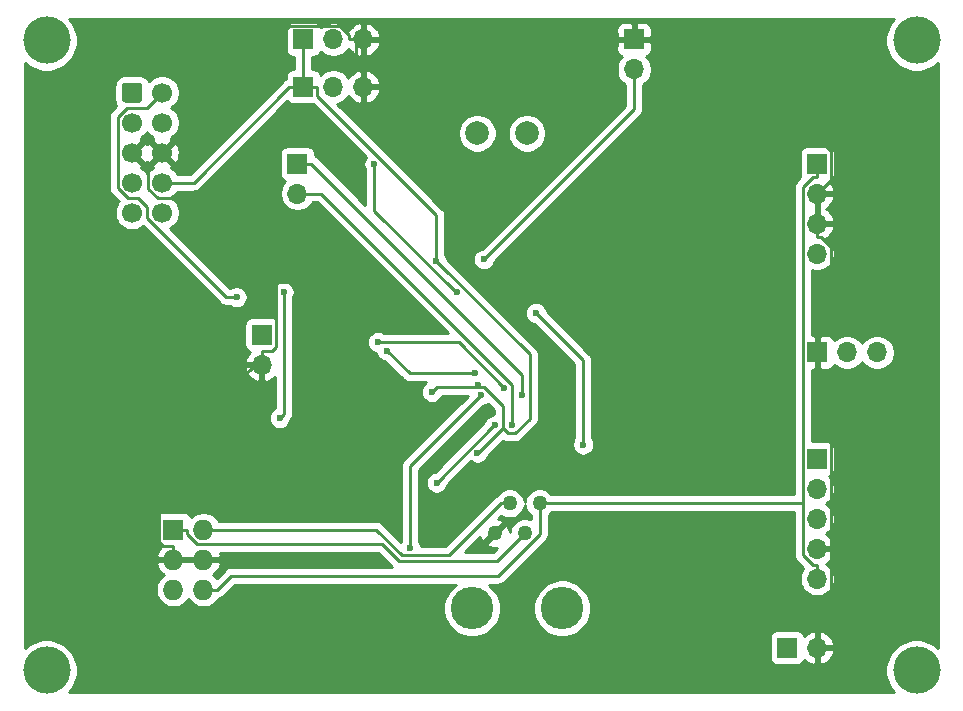
<source format=gbl>
%TF.GenerationSoftware,KiCad,Pcbnew,5.1.9+dfsg1-1+deb11u1*%
%TF.CreationDate,2022-11-09T12:01:18+01:00*%
%TF.ProjectId,StandAlone-Adapter,5374616e-6441-46c6-9f6e-652d41646170,SMD Production*%
%TF.SameCoordinates,Original*%
%TF.FileFunction,Copper,L2,Bot*%
%TF.FilePolarity,Positive*%
%FSLAX46Y46*%
G04 Gerber Fmt 4.6, Leading zero omitted, Abs format (unit mm)*
G04 Created by KiCad (PCBNEW 5.1.9+dfsg1-1+deb11u1) date 2022-11-09 12:01:18*
%MOMM*%
%LPD*%
G01*
G04 APERTURE LIST*
%TA.AperFunction,ComponentPad*%
%ADD10O,1.700000X1.700000*%
%TD*%
%TA.AperFunction,ComponentPad*%
%ADD11R,1.700000X1.700000*%
%TD*%
%TA.AperFunction,ComponentPad*%
%ADD12C,4.000000*%
%TD*%
%TA.AperFunction,ComponentPad*%
%ADD13C,1.270000*%
%TD*%
%TA.AperFunction,ComponentPad*%
%ADD14C,3.600000*%
%TD*%
%TA.AperFunction,ComponentPad*%
%ADD15O,1.727200X1.727200*%
%TD*%
%TA.AperFunction,ComponentPad*%
%ADD16R,1.727200X1.727200*%
%TD*%
%TA.AperFunction,WasherPad*%
%ADD17C,2.000000*%
%TD*%
%TA.AperFunction,ComponentPad*%
%ADD18C,1.700000*%
%TD*%
%TA.AperFunction,ViaPad*%
%ADD19C,0.600000*%
%TD*%
%TA.AperFunction,Conductor*%
%ADD20C,0.250000*%
%TD*%
%TA.AperFunction,Conductor*%
%ADD21C,0.254000*%
%TD*%
%TA.AperFunction,Conductor*%
%ADD22C,0.100000*%
%TD*%
G04 APERTURE END LIST*
D10*
%TO.P,EN1,2*%
%TO.N,GND*%
X130000000Y-96040000D03*
D11*
%TO.P,EN1,1*%
%TO.N,NRST*%
X130000000Y-93500000D03*
%TD*%
D12*
%TO.P,H1,1*%
%TO.N,Net-(H1-Pad1)*%
X111760000Y-121920000D03*
%TD*%
%TO.P,H2,1*%
%TO.N,Net-(H2-Pad1)*%
X185420000Y-68580000D03*
%TD*%
%TO.P,H3,1*%
%TO.N,Net-(H3-Pad1)*%
X185420000Y-121920000D03*
%TD*%
%TO.P,H4,1*%
%TO.N,Net-(H4-Pad1)*%
X111760000Y-68580000D03*
%TD*%
D13*
%TO.P,J1,3*%
%TO.N,KBD_DATA*%
X150965000Y-107770000D03*
D14*
%TO.P,J1,5*%
%TO.N,N/C*%
X147790000Y-116650000D03*
X155410000Y-116650000D03*
D13*
%TO.P,J1,1*%
%TO.N,+5V*%
X153505000Y-107770000D03*
%TO.P,J1,4*%
%TO.N,GND*%
X149695000Y-110300000D03*
%TO.P,J1,2*%
%TO.N,KBD_CLOCK*%
X152235000Y-110300000D03*
%TD*%
D10*
%TO.P,J2,3*%
%TO.N,GND*%
X138580000Y-72500000D03*
%TO.P,J2,2*%
%TO.N,BOOT0*%
X136040000Y-72500000D03*
D11*
%TO.P,J2,1*%
%TO.N,VCC3V3*%
X133500000Y-72500000D03*
%TD*%
D15*
%TO.P,J3,6*%
%TO.N,+5V*%
X125040000Y-115080000D03*
%TO.P,J3,5*%
%TO.N,KBD_RESET*%
X122500000Y-115080000D03*
%TO.P,J3,4*%
%TO.N,GND*%
X125040000Y-112540000D03*
%TO.P,J3,3*%
X122500000Y-112540000D03*
%TO.P,J3,2*%
%TO.N,KBD_DATA*%
X125040000Y-110000000D03*
D16*
%TO.P,J3,1*%
%TO.N,KBD_CLOCK*%
X122500000Y-110000000D03*
%TD*%
D10*
%TO.P,J5,5*%
%TO.N,+5V*%
X177000000Y-114160000D03*
%TO.P,J5,4*%
%TO.N,GND*%
X177000000Y-111620000D03*
%TO.P,J5,3*%
%TO.N,Net-(J5-Pad3)*%
X177000000Y-109080000D03*
%TO.P,J5,2*%
%TO.N,KBD_DATA*%
X177000000Y-106540000D03*
D11*
%TO.P,J5,1*%
%TO.N,KBD_CLOCK*%
X177000000Y-104000000D03*
%TD*%
D10*
%TO.P,J6,3*%
%TO.N,GND*%
X138580000Y-68500000D03*
%TO.P,J6,2*%
%TO.N,BOOT1*%
X136040000Y-68500000D03*
D11*
%TO.P,J6,1*%
%TO.N,VCC3V3*%
X133500000Y-68500000D03*
%TD*%
D10*
%TO.P,J7,3*%
%TO.N,UART_TX_TTL*%
X182080000Y-95000000D03*
%TO.P,J7,2*%
%TO.N,UART_RX_TTL*%
X179540000Y-95000000D03*
D11*
%TO.P,J7,1*%
%TO.N,GND*%
X177000000Y-95000000D03*
%TD*%
D10*
%TO.P,J8,2*%
%TO.N,GND*%
X177000000Y-120000000D03*
D11*
%TO.P,J8,1*%
%TO.N,KBD_RESET*%
X174460000Y-120000000D03*
%TD*%
D10*
%TO.P,J9,2*%
%TO.N,TP1*%
X133000000Y-81540000D03*
D11*
%TO.P,J9,1*%
%TO.N,TP2*%
X133000000Y-79000000D03*
%TD*%
D10*
%TO.P,J10,4*%
%TO.N,VCC12V*%
X177000000Y-86620000D03*
%TO.P,J10,3*%
%TO.N,GND*%
X177000000Y-84080000D03*
%TO.P,J10,2*%
X177000000Y-81540000D03*
D11*
%TO.P,J10,1*%
%TO.N,+5V*%
X177000000Y-79000000D03*
%TD*%
D10*
%TO.P,J11,2*%
%TO.N,USB_ID*%
X161500000Y-71040000D03*
D11*
%TO.P,J11,1*%
%TO.N,GND*%
X161500000Y-68500000D03*
%TD*%
D17*
%TO.P,USB1,*%
%TO.N,*%
X152430000Y-76440000D03*
X148230000Y-76440000D03*
%TD*%
%TO.P,J4,1*%
%TO.N,Net-(J4-Pad1)*%
%TA.AperFunction,ComponentPad*%
G36*
G01*
X118150000Y-73600000D02*
X118150000Y-72400000D01*
G75*
G02*
X118400000Y-72150000I250000J0D01*
G01*
X119600000Y-72150000D01*
G75*
G02*
X119850000Y-72400000I0J-250000D01*
G01*
X119850000Y-73600000D01*
G75*
G02*
X119600000Y-73850000I-250000J0D01*
G01*
X118400000Y-73850000D01*
G75*
G02*
X118150000Y-73600000I0J250000D01*
G01*
G37*
%TD.AperFunction*%
D18*
%TO.P,J4,3*%
%TO.N,Net-(J4-Pad3)*%
X119000000Y-75540000D03*
%TO.P,J4,5*%
%TO.N,GND*%
X119000000Y-78080000D03*
%TO.P,J4,7*%
%TO.N,Net-(J4-Pad7)*%
X119000000Y-80620000D03*
%TO.P,J4,9*%
%TO.N,Net-(J4-Pad9)*%
X119000000Y-83160000D03*
%TO.P,J4,2*%
%TO.N,SWDCLK*%
X121540000Y-73000000D03*
%TO.P,J4,4*%
%TO.N,SWDIO*%
X121540000Y-75540000D03*
%TO.P,J4,6*%
%TO.N,GND*%
X121540000Y-78080000D03*
%TO.P,J4,8*%
%TO.N,VCC3V3*%
X121540000Y-80620000D03*
%TO.P,J4,10*%
%TO.N,Net-(J4-Pad10)*%
X121540000Y-83160000D03*
%TD*%
D19*
%TO.N,GND*%
X134163200Y-87554600D03*
%TO.N,VCC3V3*%
X148302700Y-97739400D03*
X148245900Y-103482600D03*
X144378700Y-98338300D03*
X144759200Y-87241400D03*
%TO.N,Net-(D4-Pad1)*%
X131487500Y-100565500D03*
X131834900Y-89901400D03*
%TO.N,KBD_3v3_DATA*%
X144787200Y-106025300D03*
X149726300Y-101165400D03*
%TO.N,KBD_3v3_CLOCK*%
X142550000Y-111555800D03*
X148568100Y-98581600D03*
%TO.N,TP1*%
X151180800Y-101169800D03*
%TO.N,SWDCLK*%
X127859400Y-90315500D03*
%TO.N,TP2*%
X152050000Y-98594600D03*
%TO.N,USB_ID*%
X148783300Y-87120000D03*
%TO.N,USB_N*%
X139523200Y-79044900D03*
X146486200Y-89843400D03*
%TO.N,UART_RX_TTL*%
X140586200Y-94861000D03*
X148040000Y-96767900D03*
%TO.N,UART_TX_TTL*%
X139817000Y-94120900D03*
X150523000Y-97992900D03*
%TO.N,Net-(C7-Pad1)*%
X157191400Y-102806700D03*
X153189500Y-91652000D03*
%TD*%
D20*
%TO.N,KBD_CLOCK*%
X152235000Y-110300000D02*
X149903400Y-112631600D01*
X149903400Y-112631600D02*
X141575300Y-112631600D01*
X141575300Y-112631600D02*
X140132600Y-111188900D01*
X140132600Y-111188900D02*
X124506200Y-111188900D01*
X124506200Y-111188900D02*
X123688900Y-110371600D01*
X123688900Y-110371600D02*
X123688900Y-110000000D01*
X122500000Y-110000000D02*
X123688900Y-110000000D01*
%TO.N,KBD_DATA*%
X150965000Y-107770000D02*
X150214800Y-107770000D01*
X150214800Y-107770000D02*
X145803600Y-112181200D01*
X145803600Y-112181200D02*
X141838600Y-112181200D01*
X141838600Y-112181200D02*
X139657400Y-110000000D01*
X139657400Y-110000000D02*
X125040000Y-110000000D01*
%TO.N,GND*%
X122500000Y-112540000D02*
X122500000Y-111351100D01*
X130000000Y-95452300D02*
X121311100Y-104141200D01*
X121311100Y-104141200D02*
X121311100Y-111053900D01*
X121311100Y-111053900D02*
X121608300Y-111351100D01*
X121608300Y-111351100D02*
X122500000Y-111351100D01*
X130000000Y-95452300D02*
X130000000Y-94864700D01*
X130000000Y-96040000D02*
X130000000Y-95452300D01*
X131175300Y-88999500D02*
X131175300Y-94497500D01*
X131175300Y-94497500D02*
X130808100Y-94864700D01*
X130808100Y-94864700D02*
X130000000Y-94864700D01*
X134163200Y-87554600D02*
X132718300Y-88999500D01*
X132718300Y-88999500D02*
X131175300Y-88999500D01*
X131175300Y-88999500D02*
X124112500Y-81936700D01*
X124112500Y-81936700D02*
X121155700Y-81936700D01*
X121155700Y-81936700D02*
X120364600Y-81145600D01*
X120364600Y-81145600D02*
X120364600Y-79255400D01*
X138580000Y-72500000D02*
X138580000Y-71324700D01*
X137992400Y-68500000D02*
X137992400Y-70737100D01*
X137992400Y-70737100D02*
X138580000Y-71324700D01*
X137992400Y-68500000D02*
X137404700Y-68500000D01*
X138580000Y-68500000D02*
X137992400Y-68500000D01*
X161500000Y-68500000D02*
X168695300Y-68500000D01*
X168695300Y-68500000D02*
X178175400Y-77980100D01*
X178175400Y-77980100D02*
X178175400Y-80364600D01*
X178175400Y-80364600D02*
X177000000Y-81540000D01*
X120364600Y-79255400D02*
X121540000Y-78080000D01*
X120364600Y-79255400D02*
X120175400Y-79255400D01*
X120175400Y-79255400D02*
X119000000Y-78080000D01*
X121540000Y-78080000D02*
X132295300Y-67324700D01*
X132295300Y-67324700D02*
X136596800Y-67324700D01*
X136596800Y-67324700D02*
X137404700Y-68132600D01*
X137404700Y-68132600D02*
X137404700Y-68500000D01*
X178175300Y-111620000D02*
X178175300Y-117649400D01*
X178175300Y-117649400D02*
X177000000Y-118824700D01*
X177000000Y-111620000D02*
X178175300Y-111620000D01*
X177000000Y-120000000D02*
X177000000Y-118824700D01*
X178175300Y-111620000D02*
X178175300Y-97350600D01*
X178175300Y-97350600D02*
X177000000Y-96175300D01*
X177000000Y-95000000D02*
X177000000Y-96175300D01*
X177000000Y-84080000D02*
X177000000Y-85255300D01*
X177000000Y-95000000D02*
X177000000Y-93824700D01*
X177000000Y-93824700D02*
X178175300Y-92649400D01*
X178175300Y-92649400D02*
X178175300Y-86063200D01*
X178175300Y-86063200D02*
X177367400Y-85255300D01*
X177367400Y-85255300D02*
X177000000Y-85255300D01*
X177000000Y-81540000D02*
X177000000Y-84080000D01*
%TO.N,VCC3V3*%
X150395300Y-101409100D02*
X150835100Y-101848900D01*
X150835100Y-101848900D02*
X151419200Y-101848900D01*
X151419200Y-101848900D02*
X152677500Y-100590600D01*
X152677500Y-100590600D02*
X152677500Y-95150300D01*
X152677500Y-95150300D02*
X144768600Y-87241400D01*
X144768600Y-87241400D02*
X144759200Y-87241400D01*
X150395300Y-101409100D02*
X150395300Y-99524400D01*
X150395300Y-99524400D02*
X148774800Y-97903900D01*
X148774800Y-97903900D02*
X148302700Y-97903900D01*
X148302700Y-97903900D02*
X148302700Y-97739400D01*
X148302700Y-97903900D02*
X144813100Y-97903900D01*
X144813100Y-97903900D02*
X144378700Y-98338300D01*
X150395300Y-101409100D02*
X148321800Y-103482600D01*
X148321800Y-103482600D02*
X148245900Y-103482600D01*
X133500000Y-72500000D02*
X132324700Y-72500000D01*
X121540000Y-80620000D02*
X124204700Y-80620000D01*
X124204700Y-80620000D02*
X132324700Y-72500000D01*
X133500000Y-72500000D02*
X134675300Y-72500000D01*
X134675300Y-72500000D02*
X134675300Y-73301400D01*
X134675300Y-73301400D02*
X144759200Y-83385300D01*
X144759200Y-83385300D02*
X144759200Y-87241400D01*
X133500000Y-68500000D02*
X133500000Y-72500000D01*
%TO.N,+5V*%
X153505000Y-107770000D02*
X153505000Y-110403700D01*
X153505000Y-110403700D02*
X150017600Y-113891100D01*
X150017600Y-113891100D02*
X127417800Y-113891100D01*
X127417800Y-113891100D02*
X126228900Y-115080000D01*
X175824700Y-107770000D02*
X153505000Y-107770000D01*
X125040000Y-115080000D02*
X126228900Y-115080000D01*
X175824700Y-107770000D02*
X175824700Y-112176800D01*
X175824700Y-112176800D02*
X176632600Y-112984700D01*
X176632600Y-112984700D02*
X177000000Y-112984700D01*
X177000000Y-80175300D02*
X176632700Y-80175300D01*
X176632700Y-80175300D02*
X175824700Y-80983300D01*
X175824700Y-80983300D02*
X175824700Y-107770000D01*
X177000000Y-114160000D02*
X177000000Y-112984700D01*
X177000000Y-79000000D02*
X177000000Y-80175300D01*
%TO.N,Net-(D4-Pad1)*%
X131834900Y-89901400D02*
X131834900Y-100218100D01*
X131834900Y-100218100D02*
X131487500Y-100565500D01*
%TO.N,KBD_3v3_DATA*%
X149726300Y-101165400D02*
X149647100Y-101165400D01*
X149647100Y-101165400D02*
X144787200Y-106025300D01*
%TO.N,KBD_3v3_CLOCK*%
X148568100Y-98581600D02*
X142550000Y-104599700D01*
X142550000Y-104599700D02*
X142550000Y-111555800D01*
%TO.N,TP1*%
X151180800Y-101169800D02*
X151180800Y-97759100D01*
X151180800Y-97759100D02*
X134961700Y-81540000D01*
X134961700Y-81540000D02*
X133000000Y-81540000D01*
%TO.N,SWDCLK*%
X121540000Y-73000000D02*
X120269500Y-74270500D01*
X120269500Y-74270500D02*
X118587800Y-74270500D01*
X118587800Y-74270500D02*
X117792600Y-75065700D01*
X117792600Y-75065700D02*
X117792600Y-81075000D01*
X117792600Y-81075000D02*
X118625500Y-81907900D01*
X118625500Y-81907900D02*
X119498100Y-81907900D01*
X119498100Y-81907900D02*
X120270000Y-82679800D01*
X120270000Y-82679800D02*
X120270000Y-83611000D01*
X120270000Y-83611000D02*
X126974500Y-90315500D01*
X126974500Y-90315500D02*
X127859400Y-90315500D01*
%TO.N,TP2*%
X134175300Y-79000000D02*
X152050000Y-96874700D01*
X152050000Y-96874700D02*
X152050000Y-98594600D01*
X133000000Y-79000000D02*
X134175300Y-79000000D01*
%TO.N,USB_ID*%
X148783300Y-87120000D02*
X161500000Y-74403300D01*
X161500000Y-74403300D02*
X161500000Y-71040000D01*
%TO.N,USB_N*%
X146486200Y-89843400D02*
X146385000Y-89843400D01*
X146385000Y-89843400D02*
X139523200Y-82981600D01*
X139523200Y-82981600D02*
X139523200Y-79044900D01*
%TO.N,UART_RX_TTL*%
X140586200Y-94861000D02*
X142493000Y-96767800D01*
X142493000Y-96767800D02*
X148040000Y-96767800D01*
X148040000Y-96767800D02*
X148040000Y-96767900D01*
%TO.N,UART_TX_TTL*%
X139817000Y-94120900D02*
X146651000Y-94120900D01*
X146651000Y-94120900D02*
X150523000Y-97992900D01*
%TO.N,Net-(C7-Pad1)*%
X157191400Y-102806700D02*
X157191400Y-95653900D01*
X157191400Y-95653900D02*
X153189500Y-91652000D01*
%TD*%
D21*
%TO.N,GND*%
X183373262Y-66900285D02*
X183084893Y-67331859D01*
X182886261Y-67811399D01*
X182785000Y-68320475D01*
X182785000Y-68839525D01*
X182886261Y-69348601D01*
X183084893Y-69828141D01*
X183373262Y-70259715D01*
X183740285Y-70626738D01*
X184171859Y-70915107D01*
X184651399Y-71113739D01*
X185160475Y-71215000D01*
X185679525Y-71215000D01*
X186188601Y-71113739D01*
X186668141Y-70915107D01*
X187099715Y-70626738D01*
X187250000Y-70476453D01*
X187250001Y-120023548D01*
X187099715Y-119873262D01*
X186668141Y-119584893D01*
X186188601Y-119386261D01*
X185679525Y-119285000D01*
X185160475Y-119285000D01*
X184651399Y-119386261D01*
X184171859Y-119584893D01*
X183740285Y-119873262D01*
X183373262Y-120240285D01*
X183084893Y-120671859D01*
X182886261Y-121151399D01*
X182785000Y-121660475D01*
X182785000Y-122179525D01*
X182886261Y-122688601D01*
X183084893Y-123168141D01*
X183373262Y-123599715D01*
X183523547Y-123750000D01*
X113656453Y-123750000D01*
X113806738Y-123599715D01*
X114095107Y-123168141D01*
X114293739Y-122688601D01*
X114395000Y-122179525D01*
X114395000Y-121660475D01*
X114293739Y-121151399D01*
X114095107Y-120671859D01*
X113806738Y-120240285D01*
X113439715Y-119873262D01*
X113008141Y-119584893D01*
X112528601Y-119386261D01*
X112019525Y-119285000D01*
X111500475Y-119285000D01*
X110991399Y-119386261D01*
X110511859Y-119584893D01*
X110080285Y-119873262D01*
X109930000Y-120023547D01*
X109930000Y-119150000D01*
X172971928Y-119150000D01*
X172971928Y-120850000D01*
X172984188Y-120974482D01*
X173020498Y-121094180D01*
X173079463Y-121204494D01*
X173158815Y-121301185D01*
X173255506Y-121380537D01*
X173365820Y-121439502D01*
X173485518Y-121475812D01*
X173610000Y-121488072D01*
X175310000Y-121488072D01*
X175434482Y-121475812D01*
X175554180Y-121439502D01*
X175664494Y-121380537D01*
X175761185Y-121301185D01*
X175840537Y-121204494D01*
X175899502Y-121094180D01*
X175923966Y-121013534D01*
X175999731Y-121097588D01*
X176233080Y-121271641D01*
X176495901Y-121396825D01*
X176643110Y-121441476D01*
X176873000Y-121320155D01*
X176873000Y-120127000D01*
X177127000Y-120127000D01*
X177127000Y-121320155D01*
X177356890Y-121441476D01*
X177504099Y-121396825D01*
X177766920Y-121271641D01*
X178000269Y-121097588D01*
X178195178Y-120881355D01*
X178344157Y-120631252D01*
X178441481Y-120356891D01*
X178320814Y-120127000D01*
X177127000Y-120127000D01*
X176873000Y-120127000D01*
X176853000Y-120127000D01*
X176853000Y-119873000D01*
X176873000Y-119873000D01*
X176873000Y-118679845D01*
X177127000Y-118679845D01*
X177127000Y-119873000D01*
X178320814Y-119873000D01*
X178441481Y-119643109D01*
X178344157Y-119368748D01*
X178195178Y-119118645D01*
X178000269Y-118902412D01*
X177766920Y-118728359D01*
X177504099Y-118603175D01*
X177356890Y-118558524D01*
X177127000Y-118679845D01*
X176873000Y-118679845D01*
X176643110Y-118558524D01*
X176495901Y-118603175D01*
X176233080Y-118728359D01*
X175999731Y-118902412D01*
X175923966Y-118986466D01*
X175899502Y-118905820D01*
X175840537Y-118795506D01*
X175761185Y-118698815D01*
X175664494Y-118619463D01*
X175554180Y-118560498D01*
X175434482Y-118524188D01*
X175310000Y-118511928D01*
X173610000Y-118511928D01*
X173485518Y-118524188D01*
X173365820Y-118560498D01*
X173255506Y-118619463D01*
X173158815Y-118698815D01*
X173079463Y-118795506D01*
X173020498Y-118905820D01*
X172984188Y-119025518D01*
X172971928Y-119150000D01*
X109930000Y-119150000D01*
X109930000Y-96396890D01*
X128558524Y-96396890D01*
X128603175Y-96544099D01*
X128728359Y-96806920D01*
X128902412Y-97040269D01*
X129118645Y-97235178D01*
X129368748Y-97384157D01*
X129643109Y-97481481D01*
X129873000Y-97360814D01*
X129873000Y-96167000D01*
X128679845Y-96167000D01*
X128558524Y-96396890D01*
X109930000Y-96396890D01*
X109930000Y-92650000D01*
X128511928Y-92650000D01*
X128511928Y-94350000D01*
X128524188Y-94474482D01*
X128560498Y-94594180D01*
X128619463Y-94704494D01*
X128698815Y-94801185D01*
X128795506Y-94880537D01*
X128905820Y-94939502D01*
X128986466Y-94963966D01*
X128902412Y-95039731D01*
X128728359Y-95273080D01*
X128603175Y-95535901D01*
X128558524Y-95683110D01*
X128679845Y-95913000D01*
X129873000Y-95913000D01*
X129873000Y-95893000D01*
X130127000Y-95893000D01*
X130127000Y-95913000D01*
X130147000Y-95913000D01*
X130147000Y-96167000D01*
X130127000Y-96167000D01*
X130127000Y-97360814D01*
X130356891Y-97481481D01*
X130631252Y-97384157D01*
X130881355Y-97235178D01*
X131074901Y-97060719D01*
X131074901Y-99724368D01*
X131044611Y-99736914D01*
X130891472Y-99839238D01*
X130761238Y-99969472D01*
X130658914Y-100122611D01*
X130588432Y-100292771D01*
X130552500Y-100473411D01*
X130552500Y-100657589D01*
X130588432Y-100838229D01*
X130658914Y-101008389D01*
X130761238Y-101161528D01*
X130891472Y-101291762D01*
X131044611Y-101394086D01*
X131214771Y-101464568D01*
X131395411Y-101500500D01*
X131579589Y-101500500D01*
X131760229Y-101464568D01*
X131930389Y-101394086D01*
X132083528Y-101291762D01*
X132213762Y-101161528D01*
X132316086Y-101008389D01*
X132386568Y-100838229D01*
X132411338Y-100713702D01*
X132469874Y-100642376D01*
X132540446Y-100510347D01*
X132583903Y-100367086D01*
X132594900Y-100255433D01*
X132594900Y-100255425D01*
X132598576Y-100218100D01*
X132594900Y-100180775D01*
X132594900Y-90446935D01*
X132663486Y-90344289D01*
X132733968Y-90174129D01*
X132769900Y-89993489D01*
X132769900Y-89809311D01*
X132733968Y-89628671D01*
X132663486Y-89458511D01*
X132561162Y-89305372D01*
X132430928Y-89175138D01*
X132277789Y-89072814D01*
X132107629Y-89002332D01*
X131926989Y-88966400D01*
X131742811Y-88966400D01*
X131562171Y-89002332D01*
X131392011Y-89072814D01*
X131238872Y-89175138D01*
X131108638Y-89305372D01*
X131006314Y-89458511D01*
X130935832Y-89628671D01*
X130899900Y-89809311D01*
X130899900Y-89993489D01*
X130935832Y-90174129D01*
X131006314Y-90344289D01*
X131074900Y-90446935D01*
X131074900Y-92054650D01*
X130974482Y-92024188D01*
X130850000Y-92011928D01*
X129150000Y-92011928D01*
X129025518Y-92024188D01*
X128905820Y-92060498D01*
X128795506Y-92119463D01*
X128698815Y-92198815D01*
X128619463Y-92295506D01*
X128560498Y-92405820D01*
X128524188Y-92525518D01*
X128511928Y-92650000D01*
X109930000Y-92650000D01*
X109930000Y-75065700D01*
X117028924Y-75065700D01*
X117032600Y-75103023D01*
X117032601Y-81037668D01*
X117028924Y-81075000D01*
X117043598Y-81223985D01*
X117087054Y-81367246D01*
X117157626Y-81499276D01*
X117228801Y-81586002D01*
X117252600Y-81615001D01*
X117281598Y-81638799D01*
X117851345Y-82208548D01*
X117846525Y-82213368D01*
X117684010Y-82456589D01*
X117572068Y-82726842D01*
X117515000Y-83013740D01*
X117515000Y-83306260D01*
X117572068Y-83593158D01*
X117684010Y-83863411D01*
X117846525Y-84106632D01*
X118053368Y-84313475D01*
X118296589Y-84475990D01*
X118566842Y-84587932D01*
X118853740Y-84645000D01*
X119146260Y-84645000D01*
X119433158Y-84587932D01*
X119703411Y-84475990D01*
X119917284Y-84333085D01*
X126410701Y-90826503D01*
X126434499Y-90855501D01*
X126550224Y-90950474D01*
X126682253Y-91021046D01*
X126825514Y-91064503D01*
X126937167Y-91075500D01*
X126937177Y-91075500D01*
X126974500Y-91079176D01*
X127011823Y-91075500D01*
X127313865Y-91075500D01*
X127416511Y-91144086D01*
X127586671Y-91214568D01*
X127767311Y-91250500D01*
X127951489Y-91250500D01*
X128132129Y-91214568D01*
X128302289Y-91144086D01*
X128455428Y-91041762D01*
X128585662Y-90911528D01*
X128687986Y-90758389D01*
X128758468Y-90588229D01*
X128794400Y-90407589D01*
X128794400Y-90223411D01*
X128758468Y-90042771D01*
X128687986Y-89872611D01*
X128585662Y-89719472D01*
X128455428Y-89589238D01*
X128302289Y-89486914D01*
X128132129Y-89416432D01*
X127951489Y-89380500D01*
X127767311Y-89380500D01*
X127586671Y-89416432D01*
X127416511Y-89486914D01*
X127313865Y-89555500D01*
X127289302Y-89555500D01*
X122219638Y-84485837D01*
X122243411Y-84475990D01*
X122486632Y-84313475D01*
X122693475Y-84106632D01*
X122855990Y-83863411D01*
X122967932Y-83593158D01*
X123025000Y-83306260D01*
X123025000Y-83013740D01*
X122967932Y-82726842D01*
X122855990Y-82456589D01*
X122693475Y-82213368D01*
X122486632Y-82006525D01*
X122312240Y-81890000D01*
X122486632Y-81773475D01*
X122693475Y-81566632D01*
X122818178Y-81380000D01*
X124167378Y-81380000D01*
X124204700Y-81383676D01*
X124242022Y-81380000D01*
X124242033Y-81380000D01*
X124353686Y-81369003D01*
X124496947Y-81325546D01*
X124628976Y-81254974D01*
X124744701Y-81160001D01*
X124768504Y-81130997D01*
X132153515Y-73745987D01*
X132198815Y-73801185D01*
X132295506Y-73880537D01*
X132405820Y-73939502D01*
X132525518Y-73975812D01*
X132650000Y-73988072D01*
X134287171Y-73988072D01*
X138777324Y-78478226D01*
X138694614Y-78602011D01*
X138624132Y-78772171D01*
X138588200Y-78952811D01*
X138588200Y-79136989D01*
X138624132Y-79317629D01*
X138694614Y-79487789D01*
X138763201Y-79590437D01*
X138763200Y-82513099D01*
X134739104Y-78489003D01*
X134715301Y-78459999D01*
X134599576Y-78365026D01*
X134488072Y-78305425D01*
X134488072Y-78150000D01*
X134475812Y-78025518D01*
X134439502Y-77905820D01*
X134380537Y-77795506D01*
X134301185Y-77698815D01*
X134204494Y-77619463D01*
X134094180Y-77560498D01*
X133974482Y-77524188D01*
X133850000Y-77511928D01*
X132150000Y-77511928D01*
X132025518Y-77524188D01*
X131905820Y-77560498D01*
X131795506Y-77619463D01*
X131698815Y-77698815D01*
X131619463Y-77795506D01*
X131560498Y-77905820D01*
X131524188Y-78025518D01*
X131511928Y-78150000D01*
X131511928Y-79850000D01*
X131524188Y-79974482D01*
X131560498Y-80094180D01*
X131619463Y-80204494D01*
X131698815Y-80301185D01*
X131795506Y-80380537D01*
X131905820Y-80439502D01*
X131978380Y-80461513D01*
X131846525Y-80593368D01*
X131684010Y-80836589D01*
X131572068Y-81106842D01*
X131515000Y-81393740D01*
X131515000Y-81686260D01*
X131572068Y-81973158D01*
X131684010Y-82243411D01*
X131846525Y-82486632D01*
X132053368Y-82693475D01*
X132296589Y-82855990D01*
X132566842Y-82967932D01*
X132853740Y-83025000D01*
X133146260Y-83025000D01*
X133433158Y-82967932D01*
X133703411Y-82855990D01*
X133946632Y-82693475D01*
X134153475Y-82486632D01*
X134278178Y-82300000D01*
X134646899Y-82300000D01*
X145707798Y-93360900D01*
X140362535Y-93360900D01*
X140259889Y-93292314D01*
X140089729Y-93221832D01*
X139909089Y-93185900D01*
X139724911Y-93185900D01*
X139544271Y-93221832D01*
X139374111Y-93292314D01*
X139220972Y-93394638D01*
X139090738Y-93524872D01*
X138988414Y-93678011D01*
X138917932Y-93848171D01*
X138882000Y-94028811D01*
X138882000Y-94212989D01*
X138917932Y-94393629D01*
X138988414Y-94563789D01*
X139090738Y-94716928D01*
X139220972Y-94847162D01*
X139374111Y-94949486D01*
X139544271Y-95019968D01*
X139669456Y-95044869D01*
X139687132Y-95133729D01*
X139757614Y-95303889D01*
X139859938Y-95457028D01*
X139990172Y-95587262D01*
X140143311Y-95689586D01*
X140313471Y-95760068D01*
X140434551Y-95784153D01*
X141929205Y-97278808D01*
X141952999Y-97307801D01*
X141981992Y-97331595D01*
X141981996Y-97331599D01*
X142021390Y-97363928D01*
X142068724Y-97402774D01*
X142200753Y-97473346D01*
X142344014Y-97516803D01*
X142455667Y-97527800D01*
X142455676Y-97527800D01*
X142492999Y-97531476D01*
X142530322Y-97527800D01*
X143908743Y-97527800D01*
X143782672Y-97612038D01*
X143652438Y-97742272D01*
X143550114Y-97895411D01*
X143479632Y-98065571D01*
X143443700Y-98246211D01*
X143443700Y-98430389D01*
X143479632Y-98611029D01*
X143550114Y-98781189D01*
X143652438Y-98934328D01*
X143782672Y-99064562D01*
X143935811Y-99166886D01*
X144105971Y-99237368D01*
X144286611Y-99273300D01*
X144470789Y-99273300D01*
X144651429Y-99237368D01*
X144821589Y-99166886D01*
X144974728Y-99064562D01*
X145104962Y-98934328D01*
X145207286Y-98781189D01*
X145255868Y-98663900D01*
X147410998Y-98663900D01*
X142039003Y-104035896D01*
X142009999Y-104059699D01*
X141962503Y-104117574D01*
X141915026Y-104175424D01*
X141877155Y-104246276D01*
X141844454Y-104307454D01*
X141800997Y-104450715D01*
X141790000Y-104562368D01*
X141790000Y-104562378D01*
X141786324Y-104599700D01*
X141790000Y-104637023D01*
X141790001Y-111010263D01*
X141770961Y-111038759D01*
X140221204Y-109489003D01*
X140197401Y-109459999D01*
X140081676Y-109365026D01*
X139949647Y-109294454D01*
X139806386Y-109250997D01*
X139694733Y-109240000D01*
X139694722Y-109240000D01*
X139657400Y-109236324D01*
X139620078Y-109240000D01*
X126334535Y-109240000D01*
X126204039Y-109044698D01*
X125995302Y-108835961D01*
X125749853Y-108671958D01*
X125477125Y-108558990D01*
X125187599Y-108501400D01*
X124892401Y-108501400D01*
X124602875Y-108558990D01*
X124330147Y-108671958D01*
X124084698Y-108835961D01*
X123970636Y-108950023D01*
X123953102Y-108892220D01*
X123894137Y-108781906D01*
X123814785Y-108685215D01*
X123718094Y-108605863D01*
X123607780Y-108546898D01*
X123488082Y-108510588D01*
X123363600Y-108498328D01*
X121636400Y-108498328D01*
X121511918Y-108510588D01*
X121392220Y-108546898D01*
X121281906Y-108605863D01*
X121185215Y-108685215D01*
X121105863Y-108781906D01*
X121046898Y-108892220D01*
X121010588Y-109011918D01*
X120998328Y-109136400D01*
X120998328Y-110863600D01*
X121010588Y-110988082D01*
X121046898Y-111107780D01*
X121105863Y-111218094D01*
X121185215Y-111314785D01*
X121281906Y-111394137D01*
X121392220Y-111453102D01*
X121456574Y-111472624D01*
X121393146Y-111529707D01*
X121217316Y-111765056D01*
X121090778Y-112030186D01*
X121045042Y-112180974D01*
X121166183Y-112413000D01*
X122373000Y-112413000D01*
X122373000Y-112393000D01*
X122627000Y-112393000D01*
X122627000Y-112413000D01*
X124913000Y-112413000D01*
X124913000Y-112393000D01*
X125167000Y-112393000D01*
X125167000Y-112413000D01*
X126373817Y-112413000D01*
X126494958Y-112180974D01*
X126449222Y-112030186D01*
X126410427Y-111948900D01*
X139817799Y-111948900D01*
X140999998Y-113131100D01*
X127455133Y-113131100D01*
X127417800Y-113127423D01*
X127380467Y-113131100D01*
X127268814Y-113142097D01*
X127125553Y-113185554D01*
X126993524Y-113256126D01*
X126877799Y-113351099D01*
X126854001Y-113380097D01*
X126156720Y-114077379D01*
X125995302Y-113915961D01*
X125829897Y-113805441D01*
X125928488Y-113746817D01*
X126146854Y-113550293D01*
X126322684Y-113314944D01*
X126449222Y-113049814D01*
X126494958Y-112899026D01*
X126373817Y-112667000D01*
X125167000Y-112667000D01*
X125167000Y-112687000D01*
X124913000Y-112687000D01*
X124913000Y-112667000D01*
X122627000Y-112667000D01*
X122627000Y-112687000D01*
X122373000Y-112687000D01*
X122373000Y-112667000D01*
X121166183Y-112667000D01*
X121045042Y-112899026D01*
X121090778Y-113049814D01*
X121217316Y-113314944D01*
X121393146Y-113550293D01*
X121611512Y-113746817D01*
X121710103Y-113805441D01*
X121544698Y-113915961D01*
X121335961Y-114124698D01*
X121171958Y-114370147D01*
X121058990Y-114642875D01*
X121001400Y-114932401D01*
X121001400Y-115227599D01*
X121058990Y-115517125D01*
X121171958Y-115789853D01*
X121335961Y-116035302D01*
X121544698Y-116244039D01*
X121790147Y-116408042D01*
X122062875Y-116521010D01*
X122352401Y-116578600D01*
X122647599Y-116578600D01*
X122937125Y-116521010D01*
X123209853Y-116408042D01*
X123455302Y-116244039D01*
X123664039Y-116035302D01*
X123770000Y-115876719D01*
X123875961Y-116035302D01*
X124084698Y-116244039D01*
X124330147Y-116408042D01*
X124602875Y-116521010D01*
X124892401Y-116578600D01*
X125187599Y-116578600D01*
X125477125Y-116521010D01*
X125749853Y-116408042D01*
X125995302Y-116244039D01*
X126204039Y-116035302D01*
X126339347Y-115832799D01*
X126377886Y-115829003D01*
X126521147Y-115785546D01*
X126653176Y-115714974D01*
X126768901Y-115620001D01*
X126792704Y-115590997D01*
X127732602Y-114651100D01*
X146398681Y-114651100D01*
X146237778Y-114758612D01*
X145898612Y-115097778D01*
X145632131Y-115496595D01*
X145448576Y-115939737D01*
X145355000Y-116410173D01*
X145355000Y-116889827D01*
X145448576Y-117360263D01*
X145632131Y-117803405D01*
X145898612Y-118202222D01*
X146237778Y-118541388D01*
X146636595Y-118807869D01*
X147079737Y-118991424D01*
X147550173Y-119085000D01*
X148029827Y-119085000D01*
X148500263Y-118991424D01*
X148943405Y-118807869D01*
X149342222Y-118541388D01*
X149681388Y-118202222D01*
X149947869Y-117803405D01*
X150131424Y-117360263D01*
X150225000Y-116889827D01*
X150225000Y-116410173D01*
X152975000Y-116410173D01*
X152975000Y-116889827D01*
X153068576Y-117360263D01*
X153252131Y-117803405D01*
X153518612Y-118202222D01*
X153857778Y-118541388D01*
X154256595Y-118807869D01*
X154699737Y-118991424D01*
X155170173Y-119085000D01*
X155649827Y-119085000D01*
X156120263Y-118991424D01*
X156563405Y-118807869D01*
X156962222Y-118541388D01*
X157301388Y-118202222D01*
X157567869Y-117803405D01*
X157751424Y-117360263D01*
X157845000Y-116889827D01*
X157845000Y-116410173D01*
X157751424Y-115939737D01*
X157567869Y-115496595D01*
X157301388Y-115097778D01*
X156962222Y-114758612D01*
X156563405Y-114492131D01*
X156120263Y-114308576D01*
X155649827Y-114215000D01*
X155170173Y-114215000D01*
X154699737Y-114308576D01*
X154256595Y-114492131D01*
X153857778Y-114758612D01*
X153518612Y-115097778D01*
X153252131Y-115496595D01*
X153068576Y-115939737D01*
X152975000Y-116410173D01*
X150225000Y-116410173D01*
X150131424Y-115939737D01*
X149947869Y-115496595D01*
X149681388Y-115097778D01*
X149342222Y-114758612D01*
X149181319Y-114651100D01*
X149980278Y-114651100D01*
X150017600Y-114654776D01*
X150054922Y-114651100D01*
X150054933Y-114651100D01*
X150166586Y-114640103D01*
X150309847Y-114596646D01*
X150441876Y-114526074D01*
X150557601Y-114431101D01*
X150581404Y-114402097D01*
X154016008Y-110967495D01*
X154045001Y-110943701D01*
X154068795Y-110914708D01*
X154068799Y-110914704D01*
X154139973Y-110827977D01*
X154149046Y-110811003D01*
X154210546Y-110695947D01*
X154254003Y-110552686D01*
X154265000Y-110441033D01*
X154265000Y-110441024D01*
X154268676Y-110403701D01*
X154265000Y-110366378D01*
X154265000Y-108789600D01*
X154314578Y-108756473D01*
X154491473Y-108579578D01*
X154524600Y-108530000D01*
X175064700Y-108530000D01*
X175064701Y-112139468D01*
X175061024Y-112176800D01*
X175064701Y-112214133D01*
X175075698Y-112325786D01*
X175079814Y-112339354D01*
X175119154Y-112469046D01*
X175189726Y-112601076D01*
X175214777Y-112631600D01*
X175284700Y-112716801D01*
X175313698Y-112740599D01*
X175822469Y-113249371D01*
X175684010Y-113456589D01*
X175572068Y-113726842D01*
X175515000Y-114013740D01*
X175515000Y-114306260D01*
X175572068Y-114593158D01*
X175684010Y-114863411D01*
X175846525Y-115106632D01*
X176053368Y-115313475D01*
X176296589Y-115475990D01*
X176566842Y-115587932D01*
X176853740Y-115645000D01*
X177146260Y-115645000D01*
X177433158Y-115587932D01*
X177703411Y-115475990D01*
X177946632Y-115313475D01*
X178153475Y-115106632D01*
X178315990Y-114863411D01*
X178427932Y-114593158D01*
X178485000Y-114306260D01*
X178485000Y-114013740D01*
X178427932Y-113726842D01*
X178315990Y-113456589D01*
X178153475Y-113213368D01*
X177946632Y-113006525D01*
X177764466Y-112884805D01*
X177881355Y-112815178D01*
X178097588Y-112620269D01*
X178271641Y-112386920D01*
X178396825Y-112124099D01*
X178441476Y-111976890D01*
X178320155Y-111747000D01*
X177127000Y-111747000D01*
X177127000Y-111767000D01*
X176873000Y-111767000D01*
X176873000Y-111747000D01*
X176853000Y-111747000D01*
X176853000Y-111493000D01*
X176873000Y-111493000D01*
X176873000Y-111473000D01*
X177127000Y-111473000D01*
X177127000Y-111493000D01*
X178320155Y-111493000D01*
X178441476Y-111263110D01*
X178396825Y-111115901D01*
X178271641Y-110853080D01*
X178097588Y-110619731D01*
X177881355Y-110424822D01*
X177764466Y-110355195D01*
X177946632Y-110233475D01*
X178153475Y-110026632D01*
X178315990Y-109783411D01*
X178427932Y-109513158D01*
X178485000Y-109226260D01*
X178485000Y-108933740D01*
X178427932Y-108646842D01*
X178315990Y-108376589D01*
X178153475Y-108133368D01*
X177946632Y-107926525D01*
X177772240Y-107810000D01*
X177946632Y-107693475D01*
X178153475Y-107486632D01*
X178315990Y-107243411D01*
X178427932Y-106973158D01*
X178485000Y-106686260D01*
X178485000Y-106393740D01*
X178427932Y-106106842D01*
X178315990Y-105836589D01*
X178153475Y-105593368D01*
X178021620Y-105461513D01*
X178094180Y-105439502D01*
X178204494Y-105380537D01*
X178301185Y-105301185D01*
X178380537Y-105204494D01*
X178439502Y-105094180D01*
X178475812Y-104974482D01*
X178488072Y-104850000D01*
X178488072Y-103150000D01*
X178475812Y-103025518D01*
X178439502Y-102905820D01*
X178380537Y-102795506D01*
X178301185Y-102698815D01*
X178204494Y-102619463D01*
X178094180Y-102560498D01*
X177974482Y-102524188D01*
X177850000Y-102511928D01*
X176584700Y-102511928D01*
X176584700Y-96485705D01*
X176714250Y-96485000D01*
X176873000Y-96326250D01*
X176873000Y-95127000D01*
X176853000Y-95127000D01*
X176853000Y-94873000D01*
X176873000Y-94873000D01*
X176873000Y-93673750D01*
X177127000Y-93673750D01*
X177127000Y-94873000D01*
X177147000Y-94873000D01*
X177147000Y-95127000D01*
X177127000Y-95127000D01*
X177127000Y-96326250D01*
X177285750Y-96485000D01*
X177850000Y-96488072D01*
X177974482Y-96475812D01*
X178094180Y-96439502D01*
X178204494Y-96380537D01*
X178301185Y-96301185D01*
X178380537Y-96204494D01*
X178439502Y-96094180D01*
X178461513Y-96021620D01*
X178593368Y-96153475D01*
X178836589Y-96315990D01*
X179106842Y-96427932D01*
X179393740Y-96485000D01*
X179686260Y-96485000D01*
X179973158Y-96427932D01*
X180243411Y-96315990D01*
X180486632Y-96153475D01*
X180693475Y-95946632D01*
X180810000Y-95772240D01*
X180926525Y-95946632D01*
X181133368Y-96153475D01*
X181376589Y-96315990D01*
X181646842Y-96427932D01*
X181933740Y-96485000D01*
X182226260Y-96485000D01*
X182513158Y-96427932D01*
X182783411Y-96315990D01*
X183026632Y-96153475D01*
X183233475Y-95946632D01*
X183395990Y-95703411D01*
X183507932Y-95433158D01*
X183565000Y-95146260D01*
X183565000Y-94853740D01*
X183507932Y-94566842D01*
X183395990Y-94296589D01*
X183233475Y-94053368D01*
X183026632Y-93846525D01*
X182783411Y-93684010D01*
X182513158Y-93572068D01*
X182226260Y-93515000D01*
X181933740Y-93515000D01*
X181646842Y-93572068D01*
X181376589Y-93684010D01*
X181133368Y-93846525D01*
X180926525Y-94053368D01*
X180810000Y-94227760D01*
X180693475Y-94053368D01*
X180486632Y-93846525D01*
X180243411Y-93684010D01*
X179973158Y-93572068D01*
X179686260Y-93515000D01*
X179393740Y-93515000D01*
X179106842Y-93572068D01*
X178836589Y-93684010D01*
X178593368Y-93846525D01*
X178461513Y-93978380D01*
X178439502Y-93905820D01*
X178380537Y-93795506D01*
X178301185Y-93698815D01*
X178204494Y-93619463D01*
X178094180Y-93560498D01*
X177974482Y-93524188D01*
X177850000Y-93511928D01*
X177285750Y-93515000D01*
X177127000Y-93673750D01*
X176873000Y-93673750D01*
X176714250Y-93515000D01*
X176584700Y-93514295D01*
X176584700Y-88051484D01*
X176853740Y-88105000D01*
X177146260Y-88105000D01*
X177433158Y-88047932D01*
X177703411Y-87935990D01*
X177946632Y-87773475D01*
X178153475Y-87566632D01*
X178315990Y-87323411D01*
X178427932Y-87053158D01*
X178485000Y-86766260D01*
X178485000Y-86473740D01*
X178427932Y-86186842D01*
X178315990Y-85916589D01*
X178153475Y-85673368D01*
X177946632Y-85466525D01*
X177764466Y-85344805D01*
X177881355Y-85275178D01*
X178097588Y-85080269D01*
X178271641Y-84846920D01*
X178396825Y-84584099D01*
X178441476Y-84436890D01*
X178320155Y-84207000D01*
X177127000Y-84207000D01*
X177127000Y-84227000D01*
X176873000Y-84227000D01*
X176873000Y-84207000D01*
X176853000Y-84207000D01*
X176853000Y-83953000D01*
X176873000Y-83953000D01*
X176873000Y-81667000D01*
X177127000Y-81667000D01*
X177127000Y-83953000D01*
X178320155Y-83953000D01*
X178441476Y-83723110D01*
X178396825Y-83575901D01*
X178271641Y-83313080D01*
X178097588Y-83079731D01*
X177881355Y-82884822D01*
X177755745Y-82810000D01*
X177881355Y-82735178D01*
X178097588Y-82540269D01*
X178271641Y-82306920D01*
X178396825Y-82044099D01*
X178441476Y-81896890D01*
X178320155Y-81667000D01*
X177127000Y-81667000D01*
X176873000Y-81667000D01*
X176853000Y-81667000D01*
X176853000Y-81413000D01*
X176873000Y-81413000D01*
X176873000Y-81393000D01*
X177127000Y-81393000D01*
X177127000Y-81413000D01*
X178320155Y-81413000D01*
X178441476Y-81183110D01*
X178396825Y-81035901D01*
X178271641Y-80773080D01*
X178097588Y-80539731D01*
X178013534Y-80463966D01*
X178094180Y-80439502D01*
X178204494Y-80380537D01*
X178301185Y-80301185D01*
X178380537Y-80204494D01*
X178439502Y-80094180D01*
X178475812Y-79974482D01*
X178488072Y-79850000D01*
X178488072Y-78150000D01*
X178475812Y-78025518D01*
X178439502Y-77905820D01*
X178380537Y-77795506D01*
X178301185Y-77698815D01*
X178204494Y-77619463D01*
X178094180Y-77560498D01*
X177974482Y-77524188D01*
X177850000Y-77511928D01*
X176150000Y-77511928D01*
X176025518Y-77524188D01*
X175905820Y-77560498D01*
X175795506Y-77619463D01*
X175698815Y-77698815D01*
X175619463Y-77795506D01*
X175560498Y-77905820D01*
X175524188Y-78025518D01*
X175511928Y-78150000D01*
X175511928Y-79850000D01*
X175524188Y-79974482D01*
X175560498Y-80094180D01*
X175587849Y-80145350D01*
X175313702Y-80419497D01*
X175284699Y-80443299D01*
X175258017Y-80475812D01*
X175189726Y-80559024D01*
X175140711Y-80650724D01*
X175119154Y-80691054D01*
X175075697Y-80834315D01*
X175064700Y-80945968D01*
X175064700Y-80945978D01*
X175061024Y-80983300D01*
X175064700Y-81020622D01*
X175064701Y-107010000D01*
X154524600Y-107010000D01*
X154491473Y-106960422D01*
X154314578Y-106783527D01*
X154106571Y-106644541D01*
X153875445Y-106548805D01*
X153630084Y-106500000D01*
X153379916Y-106500000D01*
X153134555Y-106548805D01*
X152903429Y-106644541D01*
X152695422Y-106783527D01*
X152518527Y-106960422D01*
X152379541Y-107168429D01*
X152283805Y-107399555D01*
X152235000Y-107644916D01*
X152186195Y-107399555D01*
X152090459Y-107168429D01*
X151951473Y-106960422D01*
X151774578Y-106783527D01*
X151566571Y-106644541D01*
X151335445Y-106548805D01*
X151090084Y-106500000D01*
X150839916Y-106500000D01*
X150594555Y-106548805D01*
X150363429Y-106644541D01*
X150155422Y-106783527D01*
X149978527Y-106960422D01*
X149901493Y-107075711D01*
X149790524Y-107135026D01*
X149674799Y-107229999D01*
X149651001Y-107258997D01*
X145488799Y-111421200D01*
X143476544Y-111421200D01*
X143449068Y-111283071D01*
X143378586Y-111112911D01*
X143310000Y-111010265D01*
X143310000Y-104914501D01*
X148719749Y-99504753D01*
X148840829Y-99480668D01*
X149010989Y-99410186D01*
X149128060Y-99331962D01*
X149635301Y-99839203D01*
X149635301Y-100230400D01*
X149634211Y-100230400D01*
X149453571Y-100266332D01*
X149283411Y-100336814D01*
X149130272Y-100439138D01*
X149000038Y-100569372D01*
X148897714Y-100722511D01*
X148827232Y-100892671D01*
X148822814Y-100914884D01*
X144635552Y-105102147D01*
X144514471Y-105126232D01*
X144344311Y-105196714D01*
X144191172Y-105299038D01*
X144060938Y-105429272D01*
X143958614Y-105582411D01*
X143888132Y-105752571D01*
X143852200Y-105933211D01*
X143852200Y-106117389D01*
X143888132Y-106298029D01*
X143958614Y-106468189D01*
X144060938Y-106621328D01*
X144191172Y-106751562D01*
X144344311Y-106853886D01*
X144514471Y-106924368D01*
X144695111Y-106960300D01*
X144879289Y-106960300D01*
X145059929Y-106924368D01*
X145230089Y-106853886D01*
X145383228Y-106751562D01*
X145513462Y-106621328D01*
X145615786Y-106468189D01*
X145686268Y-106298029D01*
X145710353Y-106176948D01*
X147666997Y-104220305D01*
X147803011Y-104311186D01*
X147973171Y-104381668D01*
X148153811Y-104417600D01*
X148337989Y-104417600D01*
X148518629Y-104381668D01*
X148688789Y-104311186D01*
X148841928Y-104208862D01*
X148972162Y-104078628D01*
X149074486Y-103925489D01*
X149144968Y-103755329D01*
X149150206Y-103728995D01*
X150402312Y-102476889D01*
X150410823Y-102483874D01*
X150530045Y-102547600D01*
X150542853Y-102554446D01*
X150686114Y-102597903D01*
X150797767Y-102608900D01*
X150797776Y-102608900D01*
X150835099Y-102612576D01*
X150872422Y-102608900D01*
X151381878Y-102608900D01*
X151419200Y-102612576D01*
X151456522Y-102608900D01*
X151456533Y-102608900D01*
X151568186Y-102597903D01*
X151711447Y-102554446D01*
X151843476Y-102483874D01*
X151959201Y-102388901D01*
X151983004Y-102359897D01*
X153188504Y-101154398D01*
X153217501Y-101130601D01*
X153264518Y-101073311D01*
X153312474Y-101014877D01*
X153383046Y-100882847D01*
X153396580Y-100838229D01*
X153426503Y-100739586D01*
X153437500Y-100627933D01*
X153437500Y-100627923D01*
X153441176Y-100590600D01*
X153437500Y-100553277D01*
X153437500Y-95187625D01*
X153441176Y-95150300D01*
X153437500Y-95112975D01*
X153437500Y-95112967D01*
X153426503Y-95001314D01*
X153383046Y-94858053D01*
X153312474Y-94726024D01*
X153217501Y-94610299D01*
X153188503Y-94586501D01*
X150161913Y-91559911D01*
X152254500Y-91559911D01*
X152254500Y-91744089D01*
X152290432Y-91924729D01*
X152360914Y-92094889D01*
X152463238Y-92248028D01*
X152593472Y-92378262D01*
X152746611Y-92480586D01*
X152916771Y-92551068D01*
X153037852Y-92575153D01*
X156431401Y-95968703D01*
X156431400Y-102261164D01*
X156362814Y-102363811D01*
X156292332Y-102533971D01*
X156256400Y-102714611D01*
X156256400Y-102898789D01*
X156292332Y-103079429D01*
X156362814Y-103249589D01*
X156465138Y-103402728D01*
X156595372Y-103532962D01*
X156748511Y-103635286D01*
X156918671Y-103705768D01*
X157099311Y-103741700D01*
X157283489Y-103741700D01*
X157464129Y-103705768D01*
X157634289Y-103635286D01*
X157787428Y-103532962D01*
X157917662Y-103402728D01*
X158019986Y-103249589D01*
X158090468Y-103079429D01*
X158126400Y-102898789D01*
X158126400Y-102714611D01*
X158090468Y-102533971D01*
X158019986Y-102363811D01*
X157951400Y-102261165D01*
X157951400Y-95691222D01*
X157955076Y-95653899D01*
X157951400Y-95616576D01*
X157951400Y-95616567D01*
X157940403Y-95504914D01*
X157896946Y-95361653D01*
X157826374Y-95229624D01*
X157731401Y-95113899D01*
X157702403Y-95090101D01*
X154112653Y-91500352D01*
X154088568Y-91379271D01*
X154018086Y-91209111D01*
X153915762Y-91055972D01*
X153785528Y-90925738D01*
X153632389Y-90823414D01*
X153462229Y-90752932D01*
X153281589Y-90717000D01*
X153097411Y-90717000D01*
X152916771Y-90752932D01*
X152746611Y-90823414D01*
X152593472Y-90925738D01*
X152463238Y-91055972D01*
X152360914Y-91209111D01*
X152290432Y-91379271D01*
X152254500Y-91559911D01*
X150161913Y-91559911D01*
X145680019Y-87078018D01*
X145670052Y-87027911D01*
X147848300Y-87027911D01*
X147848300Y-87212089D01*
X147884232Y-87392729D01*
X147954714Y-87562889D01*
X148057038Y-87716028D01*
X148187272Y-87846262D01*
X148340411Y-87948586D01*
X148510571Y-88019068D01*
X148691211Y-88055000D01*
X148875389Y-88055000D01*
X149056029Y-88019068D01*
X149226189Y-87948586D01*
X149379328Y-87846262D01*
X149509562Y-87716028D01*
X149611886Y-87562889D01*
X149682368Y-87392729D01*
X149706453Y-87271648D01*
X162011004Y-74967098D01*
X162040001Y-74943301D01*
X162134974Y-74827576D01*
X162205546Y-74695547D01*
X162249003Y-74552286D01*
X162260000Y-74440633D01*
X162260000Y-74440632D01*
X162263677Y-74403300D01*
X162260000Y-74365967D01*
X162260000Y-72318178D01*
X162446632Y-72193475D01*
X162653475Y-71986632D01*
X162815990Y-71743411D01*
X162927932Y-71473158D01*
X162985000Y-71186260D01*
X162985000Y-70893740D01*
X162927932Y-70606842D01*
X162815990Y-70336589D01*
X162653475Y-70093368D01*
X162521620Y-69961513D01*
X162594180Y-69939502D01*
X162704494Y-69880537D01*
X162801185Y-69801185D01*
X162880537Y-69704494D01*
X162939502Y-69594180D01*
X162975812Y-69474482D01*
X162988072Y-69350000D01*
X162985000Y-68785750D01*
X162826250Y-68627000D01*
X161627000Y-68627000D01*
X161627000Y-68647000D01*
X161373000Y-68647000D01*
X161373000Y-68627000D01*
X160173750Y-68627000D01*
X160015000Y-68785750D01*
X160011928Y-69350000D01*
X160024188Y-69474482D01*
X160060498Y-69594180D01*
X160119463Y-69704494D01*
X160198815Y-69801185D01*
X160295506Y-69880537D01*
X160405820Y-69939502D01*
X160478380Y-69961513D01*
X160346525Y-70093368D01*
X160184010Y-70336589D01*
X160072068Y-70606842D01*
X160015000Y-70893740D01*
X160015000Y-71186260D01*
X160072068Y-71473158D01*
X160184010Y-71743411D01*
X160346525Y-71986632D01*
X160553368Y-72193475D01*
X160740001Y-72318179D01*
X160740000Y-74088498D01*
X148631652Y-86196847D01*
X148510571Y-86220932D01*
X148340411Y-86291414D01*
X148187272Y-86393738D01*
X148057038Y-86523972D01*
X147954714Y-86677111D01*
X147884232Y-86847271D01*
X147848300Y-87027911D01*
X145670052Y-87027911D01*
X145658268Y-86968671D01*
X145587786Y-86798511D01*
X145519200Y-86695865D01*
X145519200Y-83422622D01*
X145522876Y-83385299D01*
X145519200Y-83347976D01*
X145519200Y-83347967D01*
X145508203Y-83236314D01*
X145464746Y-83093053D01*
X145440237Y-83047201D01*
X145394174Y-82961023D01*
X145322999Y-82874297D01*
X145299201Y-82845299D01*
X145270204Y-82821502D01*
X138727669Y-76278967D01*
X146595000Y-76278967D01*
X146595000Y-76601033D01*
X146657832Y-76916912D01*
X146781082Y-77214463D01*
X146960013Y-77482252D01*
X147187748Y-77709987D01*
X147455537Y-77888918D01*
X147753088Y-78012168D01*
X148068967Y-78075000D01*
X148391033Y-78075000D01*
X148706912Y-78012168D01*
X149004463Y-77888918D01*
X149272252Y-77709987D01*
X149499987Y-77482252D01*
X149678918Y-77214463D01*
X149802168Y-76916912D01*
X149865000Y-76601033D01*
X149865000Y-76278967D01*
X150795000Y-76278967D01*
X150795000Y-76601033D01*
X150857832Y-76916912D01*
X150981082Y-77214463D01*
X151160013Y-77482252D01*
X151387748Y-77709987D01*
X151655537Y-77888918D01*
X151953088Y-78012168D01*
X152268967Y-78075000D01*
X152591033Y-78075000D01*
X152906912Y-78012168D01*
X153204463Y-77888918D01*
X153472252Y-77709987D01*
X153699987Y-77482252D01*
X153878918Y-77214463D01*
X154002168Y-76916912D01*
X154065000Y-76601033D01*
X154065000Y-76278967D01*
X154002168Y-75963088D01*
X153878918Y-75665537D01*
X153699987Y-75397748D01*
X153472252Y-75170013D01*
X153204463Y-74991082D01*
X152906912Y-74867832D01*
X152591033Y-74805000D01*
X152268967Y-74805000D01*
X151953088Y-74867832D01*
X151655537Y-74991082D01*
X151387748Y-75170013D01*
X151160013Y-75397748D01*
X150981082Y-75665537D01*
X150857832Y-75963088D01*
X150795000Y-76278967D01*
X149865000Y-76278967D01*
X149802168Y-75963088D01*
X149678918Y-75665537D01*
X149499987Y-75397748D01*
X149272252Y-75170013D01*
X149004463Y-74991082D01*
X148706912Y-74867832D01*
X148391033Y-74805000D01*
X148068967Y-74805000D01*
X147753088Y-74867832D01*
X147455537Y-74991082D01*
X147187748Y-75170013D01*
X146960013Y-75397748D01*
X146781082Y-75665537D01*
X146657832Y-75963088D01*
X146595000Y-76278967D01*
X138727669Y-76278967D01*
X136392648Y-73943947D01*
X136473158Y-73927932D01*
X136743411Y-73815990D01*
X136986632Y-73653475D01*
X137193475Y-73446632D01*
X137315195Y-73264466D01*
X137384822Y-73381355D01*
X137579731Y-73597588D01*
X137813080Y-73771641D01*
X138075901Y-73896825D01*
X138223110Y-73941476D01*
X138453000Y-73820155D01*
X138453000Y-72627000D01*
X138707000Y-72627000D01*
X138707000Y-73820155D01*
X138936890Y-73941476D01*
X139084099Y-73896825D01*
X139346920Y-73771641D01*
X139580269Y-73597588D01*
X139775178Y-73381355D01*
X139924157Y-73131252D01*
X140021481Y-72856891D01*
X139900814Y-72627000D01*
X138707000Y-72627000D01*
X138453000Y-72627000D01*
X138433000Y-72627000D01*
X138433000Y-72373000D01*
X138453000Y-72373000D01*
X138453000Y-71179845D01*
X138707000Y-71179845D01*
X138707000Y-72373000D01*
X139900814Y-72373000D01*
X140021481Y-72143109D01*
X139924157Y-71868748D01*
X139775178Y-71618645D01*
X139580269Y-71402412D01*
X139346920Y-71228359D01*
X139084099Y-71103175D01*
X138936890Y-71058524D01*
X138707000Y-71179845D01*
X138453000Y-71179845D01*
X138223110Y-71058524D01*
X138075901Y-71103175D01*
X137813080Y-71228359D01*
X137579731Y-71402412D01*
X137384822Y-71618645D01*
X137315195Y-71735534D01*
X137193475Y-71553368D01*
X136986632Y-71346525D01*
X136743411Y-71184010D01*
X136473158Y-71072068D01*
X136186260Y-71015000D01*
X135893740Y-71015000D01*
X135606842Y-71072068D01*
X135336589Y-71184010D01*
X135093368Y-71346525D01*
X134961513Y-71478380D01*
X134939502Y-71405820D01*
X134880537Y-71295506D01*
X134801185Y-71198815D01*
X134704494Y-71119463D01*
X134594180Y-71060498D01*
X134474482Y-71024188D01*
X134350000Y-71011928D01*
X134260000Y-71011928D01*
X134260000Y-69988072D01*
X134350000Y-69988072D01*
X134474482Y-69975812D01*
X134594180Y-69939502D01*
X134704494Y-69880537D01*
X134801185Y-69801185D01*
X134880537Y-69704494D01*
X134939502Y-69594180D01*
X134961513Y-69521620D01*
X135093368Y-69653475D01*
X135336589Y-69815990D01*
X135606842Y-69927932D01*
X135893740Y-69985000D01*
X136186260Y-69985000D01*
X136473158Y-69927932D01*
X136743411Y-69815990D01*
X136986632Y-69653475D01*
X137193475Y-69446632D01*
X137315195Y-69264466D01*
X137384822Y-69381355D01*
X137579731Y-69597588D01*
X137813080Y-69771641D01*
X138075901Y-69896825D01*
X138223110Y-69941476D01*
X138453000Y-69820155D01*
X138453000Y-68627000D01*
X138707000Y-68627000D01*
X138707000Y-69820155D01*
X138936890Y-69941476D01*
X139084099Y-69896825D01*
X139346920Y-69771641D01*
X139580269Y-69597588D01*
X139775178Y-69381355D01*
X139924157Y-69131252D01*
X140021481Y-68856891D01*
X139900814Y-68627000D01*
X138707000Y-68627000D01*
X138453000Y-68627000D01*
X138433000Y-68627000D01*
X138433000Y-68373000D01*
X138453000Y-68373000D01*
X138453000Y-67179845D01*
X138707000Y-67179845D01*
X138707000Y-68373000D01*
X139900814Y-68373000D01*
X140021481Y-68143109D01*
X139924157Y-67868748D01*
X139793856Y-67650000D01*
X160011928Y-67650000D01*
X160015000Y-68214250D01*
X160173750Y-68373000D01*
X161373000Y-68373000D01*
X161373000Y-67173750D01*
X161627000Y-67173750D01*
X161627000Y-68373000D01*
X162826250Y-68373000D01*
X162985000Y-68214250D01*
X162988072Y-67650000D01*
X162975812Y-67525518D01*
X162939502Y-67405820D01*
X162880537Y-67295506D01*
X162801185Y-67198815D01*
X162704494Y-67119463D01*
X162594180Y-67060498D01*
X162474482Y-67024188D01*
X162350000Y-67011928D01*
X161785750Y-67015000D01*
X161627000Y-67173750D01*
X161373000Y-67173750D01*
X161214250Y-67015000D01*
X160650000Y-67011928D01*
X160525518Y-67024188D01*
X160405820Y-67060498D01*
X160295506Y-67119463D01*
X160198815Y-67198815D01*
X160119463Y-67295506D01*
X160060498Y-67405820D01*
X160024188Y-67525518D01*
X160011928Y-67650000D01*
X139793856Y-67650000D01*
X139775178Y-67618645D01*
X139580269Y-67402412D01*
X139346920Y-67228359D01*
X139084099Y-67103175D01*
X138936890Y-67058524D01*
X138707000Y-67179845D01*
X138453000Y-67179845D01*
X138223110Y-67058524D01*
X138075901Y-67103175D01*
X137813080Y-67228359D01*
X137579731Y-67402412D01*
X137384822Y-67618645D01*
X137315195Y-67735534D01*
X137193475Y-67553368D01*
X136986632Y-67346525D01*
X136743411Y-67184010D01*
X136473158Y-67072068D01*
X136186260Y-67015000D01*
X135893740Y-67015000D01*
X135606842Y-67072068D01*
X135336589Y-67184010D01*
X135093368Y-67346525D01*
X134961513Y-67478380D01*
X134939502Y-67405820D01*
X134880537Y-67295506D01*
X134801185Y-67198815D01*
X134704494Y-67119463D01*
X134594180Y-67060498D01*
X134474482Y-67024188D01*
X134350000Y-67011928D01*
X132650000Y-67011928D01*
X132525518Y-67024188D01*
X132405820Y-67060498D01*
X132295506Y-67119463D01*
X132198815Y-67198815D01*
X132119463Y-67295506D01*
X132060498Y-67405820D01*
X132024188Y-67525518D01*
X132011928Y-67650000D01*
X132011928Y-69350000D01*
X132024188Y-69474482D01*
X132060498Y-69594180D01*
X132119463Y-69704494D01*
X132198815Y-69801185D01*
X132295506Y-69880537D01*
X132405820Y-69939502D01*
X132525518Y-69975812D01*
X132650000Y-69988072D01*
X132740000Y-69988072D01*
X132740001Y-71011928D01*
X132650000Y-71011928D01*
X132525518Y-71024188D01*
X132405820Y-71060498D01*
X132295506Y-71119463D01*
X132198815Y-71198815D01*
X132119463Y-71295506D01*
X132060498Y-71405820D01*
X132024188Y-71525518D01*
X132011928Y-71650000D01*
X132011928Y-71805425D01*
X131900423Y-71865026D01*
X131816783Y-71933668D01*
X131784699Y-71959999D01*
X131760901Y-71988997D01*
X123889899Y-79860000D01*
X122818178Y-79860000D01*
X122693475Y-79673368D01*
X122486632Y-79466525D01*
X122313271Y-79350689D01*
X122388792Y-79108397D01*
X121540000Y-78259605D01*
X120691208Y-79108397D01*
X120766729Y-79350689D01*
X120593368Y-79466525D01*
X120386525Y-79673368D01*
X120270000Y-79847760D01*
X120153475Y-79673368D01*
X119946632Y-79466525D01*
X119773271Y-79350689D01*
X119848792Y-79108397D01*
X119000000Y-78259605D01*
X118985858Y-78273748D01*
X118806253Y-78094143D01*
X118820395Y-78080000D01*
X119179605Y-78080000D01*
X120028397Y-78928792D01*
X120270000Y-78853486D01*
X120511603Y-78928792D01*
X121360395Y-78080000D01*
X121719605Y-78080000D01*
X122568397Y-78928792D01*
X122817472Y-78851157D01*
X122943371Y-78587117D01*
X123015339Y-78303589D01*
X123030611Y-78011469D01*
X122988599Y-77721981D01*
X122890919Y-77446253D01*
X122817472Y-77308843D01*
X122568397Y-77231208D01*
X121719605Y-78080000D01*
X121360395Y-78080000D01*
X120511603Y-77231208D01*
X120270000Y-77306514D01*
X120028397Y-77231208D01*
X119179605Y-78080000D01*
X118820395Y-78080000D01*
X118806253Y-78065858D01*
X118985858Y-77886253D01*
X119000000Y-77900395D01*
X119848792Y-77051603D01*
X119773271Y-76809311D01*
X119946632Y-76693475D01*
X120153475Y-76486632D01*
X120270000Y-76312240D01*
X120386525Y-76486632D01*
X120593368Y-76693475D01*
X120766729Y-76809311D01*
X120691208Y-77051603D01*
X121540000Y-77900395D01*
X122388792Y-77051603D01*
X122313271Y-76809311D01*
X122486632Y-76693475D01*
X122693475Y-76486632D01*
X122855990Y-76243411D01*
X122967932Y-75973158D01*
X123025000Y-75686260D01*
X123025000Y-75393740D01*
X122967932Y-75106842D01*
X122855990Y-74836589D01*
X122693475Y-74593368D01*
X122486632Y-74386525D01*
X122312240Y-74270000D01*
X122486632Y-74153475D01*
X122693475Y-73946632D01*
X122855990Y-73703411D01*
X122967932Y-73433158D01*
X123025000Y-73146260D01*
X123025000Y-72853740D01*
X122967932Y-72566842D01*
X122855990Y-72296589D01*
X122693475Y-72053368D01*
X122486632Y-71846525D01*
X122243411Y-71684010D01*
X121973158Y-71572068D01*
X121686260Y-71515000D01*
X121393740Y-71515000D01*
X121106842Y-71572068D01*
X120836589Y-71684010D01*
X120593368Y-71846525D01*
X120406285Y-72033608D01*
X120338405Y-71906614D01*
X120227962Y-71772038D01*
X120093386Y-71661595D01*
X119939850Y-71579528D01*
X119773254Y-71528992D01*
X119600000Y-71511928D01*
X118400000Y-71511928D01*
X118226746Y-71528992D01*
X118060150Y-71579528D01*
X117906614Y-71661595D01*
X117772038Y-71772038D01*
X117661595Y-71906614D01*
X117579528Y-72060150D01*
X117528992Y-72226746D01*
X117511928Y-72400000D01*
X117511928Y-73600000D01*
X117528992Y-73773254D01*
X117579528Y-73939850D01*
X117661595Y-74093386D01*
X117674449Y-74109049D01*
X117281602Y-74501897D01*
X117252599Y-74525699D01*
X117222196Y-74562746D01*
X117157626Y-74641424D01*
X117087055Y-74773453D01*
X117087054Y-74773454D01*
X117043597Y-74916715D01*
X117032600Y-75028368D01*
X117032600Y-75028378D01*
X117028924Y-75065700D01*
X109930000Y-75065700D01*
X109930000Y-70476453D01*
X110080285Y-70626738D01*
X110511859Y-70915107D01*
X110991399Y-71113739D01*
X111500475Y-71215000D01*
X112019525Y-71215000D01*
X112528601Y-71113739D01*
X113008141Y-70915107D01*
X113439715Y-70626738D01*
X113806738Y-70259715D01*
X114095107Y-69828141D01*
X114293739Y-69348601D01*
X114395000Y-68839525D01*
X114395000Y-68320475D01*
X114293739Y-67811399D01*
X114095107Y-67331859D01*
X113806738Y-66900285D01*
X113656453Y-66750000D01*
X183523547Y-66750000D01*
X183373262Y-66900285D01*
%TA.AperFunction,Conductor*%
D22*
G36*
X183373262Y-66900285D02*
G01*
X183084893Y-67331859D01*
X182886261Y-67811399D01*
X182785000Y-68320475D01*
X182785000Y-68839525D01*
X182886261Y-69348601D01*
X183084893Y-69828141D01*
X183373262Y-70259715D01*
X183740285Y-70626738D01*
X184171859Y-70915107D01*
X184651399Y-71113739D01*
X185160475Y-71215000D01*
X185679525Y-71215000D01*
X186188601Y-71113739D01*
X186668141Y-70915107D01*
X187099715Y-70626738D01*
X187250000Y-70476453D01*
X187250001Y-120023548D01*
X187099715Y-119873262D01*
X186668141Y-119584893D01*
X186188601Y-119386261D01*
X185679525Y-119285000D01*
X185160475Y-119285000D01*
X184651399Y-119386261D01*
X184171859Y-119584893D01*
X183740285Y-119873262D01*
X183373262Y-120240285D01*
X183084893Y-120671859D01*
X182886261Y-121151399D01*
X182785000Y-121660475D01*
X182785000Y-122179525D01*
X182886261Y-122688601D01*
X183084893Y-123168141D01*
X183373262Y-123599715D01*
X183523547Y-123750000D01*
X113656453Y-123750000D01*
X113806738Y-123599715D01*
X114095107Y-123168141D01*
X114293739Y-122688601D01*
X114395000Y-122179525D01*
X114395000Y-121660475D01*
X114293739Y-121151399D01*
X114095107Y-120671859D01*
X113806738Y-120240285D01*
X113439715Y-119873262D01*
X113008141Y-119584893D01*
X112528601Y-119386261D01*
X112019525Y-119285000D01*
X111500475Y-119285000D01*
X110991399Y-119386261D01*
X110511859Y-119584893D01*
X110080285Y-119873262D01*
X109930000Y-120023547D01*
X109930000Y-119150000D01*
X172971928Y-119150000D01*
X172971928Y-120850000D01*
X172984188Y-120974482D01*
X173020498Y-121094180D01*
X173079463Y-121204494D01*
X173158815Y-121301185D01*
X173255506Y-121380537D01*
X173365820Y-121439502D01*
X173485518Y-121475812D01*
X173610000Y-121488072D01*
X175310000Y-121488072D01*
X175434482Y-121475812D01*
X175554180Y-121439502D01*
X175664494Y-121380537D01*
X175761185Y-121301185D01*
X175840537Y-121204494D01*
X175899502Y-121094180D01*
X175923966Y-121013534D01*
X175999731Y-121097588D01*
X176233080Y-121271641D01*
X176495901Y-121396825D01*
X176643110Y-121441476D01*
X176873000Y-121320155D01*
X176873000Y-120127000D01*
X177127000Y-120127000D01*
X177127000Y-121320155D01*
X177356890Y-121441476D01*
X177504099Y-121396825D01*
X177766920Y-121271641D01*
X178000269Y-121097588D01*
X178195178Y-120881355D01*
X178344157Y-120631252D01*
X178441481Y-120356891D01*
X178320814Y-120127000D01*
X177127000Y-120127000D01*
X176873000Y-120127000D01*
X176853000Y-120127000D01*
X176853000Y-119873000D01*
X176873000Y-119873000D01*
X176873000Y-118679845D01*
X177127000Y-118679845D01*
X177127000Y-119873000D01*
X178320814Y-119873000D01*
X178441481Y-119643109D01*
X178344157Y-119368748D01*
X178195178Y-119118645D01*
X178000269Y-118902412D01*
X177766920Y-118728359D01*
X177504099Y-118603175D01*
X177356890Y-118558524D01*
X177127000Y-118679845D01*
X176873000Y-118679845D01*
X176643110Y-118558524D01*
X176495901Y-118603175D01*
X176233080Y-118728359D01*
X175999731Y-118902412D01*
X175923966Y-118986466D01*
X175899502Y-118905820D01*
X175840537Y-118795506D01*
X175761185Y-118698815D01*
X175664494Y-118619463D01*
X175554180Y-118560498D01*
X175434482Y-118524188D01*
X175310000Y-118511928D01*
X173610000Y-118511928D01*
X173485518Y-118524188D01*
X173365820Y-118560498D01*
X173255506Y-118619463D01*
X173158815Y-118698815D01*
X173079463Y-118795506D01*
X173020498Y-118905820D01*
X172984188Y-119025518D01*
X172971928Y-119150000D01*
X109930000Y-119150000D01*
X109930000Y-96396890D01*
X128558524Y-96396890D01*
X128603175Y-96544099D01*
X128728359Y-96806920D01*
X128902412Y-97040269D01*
X129118645Y-97235178D01*
X129368748Y-97384157D01*
X129643109Y-97481481D01*
X129873000Y-97360814D01*
X129873000Y-96167000D01*
X128679845Y-96167000D01*
X128558524Y-96396890D01*
X109930000Y-96396890D01*
X109930000Y-92650000D01*
X128511928Y-92650000D01*
X128511928Y-94350000D01*
X128524188Y-94474482D01*
X128560498Y-94594180D01*
X128619463Y-94704494D01*
X128698815Y-94801185D01*
X128795506Y-94880537D01*
X128905820Y-94939502D01*
X128986466Y-94963966D01*
X128902412Y-95039731D01*
X128728359Y-95273080D01*
X128603175Y-95535901D01*
X128558524Y-95683110D01*
X128679845Y-95913000D01*
X129873000Y-95913000D01*
X129873000Y-95893000D01*
X130127000Y-95893000D01*
X130127000Y-95913000D01*
X130147000Y-95913000D01*
X130147000Y-96167000D01*
X130127000Y-96167000D01*
X130127000Y-97360814D01*
X130356891Y-97481481D01*
X130631252Y-97384157D01*
X130881355Y-97235178D01*
X131074901Y-97060719D01*
X131074901Y-99724368D01*
X131044611Y-99736914D01*
X130891472Y-99839238D01*
X130761238Y-99969472D01*
X130658914Y-100122611D01*
X130588432Y-100292771D01*
X130552500Y-100473411D01*
X130552500Y-100657589D01*
X130588432Y-100838229D01*
X130658914Y-101008389D01*
X130761238Y-101161528D01*
X130891472Y-101291762D01*
X131044611Y-101394086D01*
X131214771Y-101464568D01*
X131395411Y-101500500D01*
X131579589Y-101500500D01*
X131760229Y-101464568D01*
X131930389Y-101394086D01*
X132083528Y-101291762D01*
X132213762Y-101161528D01*
X132316086Y-101008389D01*
X132386568Y-100838229D01*
X132411338Y-100713702D01*
X132469874Y-100642376D01*
X132540446Y-100510347D01*
X132583903Y-100367086D01*
X132594900Y-100255433D01*
X132594900Y-100255425D01*
X132598576Y-100218100D01*
X132594900Y-100180775D01*
X132594900Y-90446935D01*
X132663486Y-90344289D01*
X132733968Y-90174129D01*
X132769900Y-89993489D01*
X132769900Y-89809311D01*
X132733968Y-89628671D01*
X132663486Y-89458511D01*
X132561162Y-89305372D01*
X132430928Y-89175138D01*
X132277789Y-89072814D01*
X132107629Y-89002332D01*
X131926989Y-88966400D01*
X131742811Y-88966400D01*
X131562171Y-89002332D01*
X131392011Y-89072814D01*
X131238872Y-89175138D01*
X131108638Y-89305372D01*
X131006314Y-89458511D01*
X130935832Y-89628671D01*
X130899900Y-89809311D01*
X130899900Y-89993489D01*
X130935832Y-90174129D01*
X131006314Y-90344289D01*
X131074900Y-90446935D01*
X131074900Y-92054650D01*
X130974482Y-92024188D01*
X130850000Y-92011928D01*
X129150000Y-92011928D01*
X129025518Y-92024188D01*
X128905820Y-92060498D01*
X128795506Y-92119463D01*
X128698815Y-92198815D01*
X128619463Y-92295506D01*
X128560498Y-92405820D01*
X128524188Y-92525518D01*
X128511928Y-92650000D01*
X109930000Y-92650000D01*
X109930000Y-75065700D01*
X117028924Y-75065700D01*
X117032600Y-75103023D01*
X117032601Y-81037668D01*
X117028924Y-81075000D01*
X117043598Y-81223985D01*
X117087054Y-81367246D01*
X117157626Y-81499276D01*
X117228801Y-81586002D01*
X117252600Y-81615001D01*
X117281598Y-81638799D01*
X117851345Y-82208548D01*
X117846525Y-82213368D01*
X117684010Y-82456589D01*
X117572068Y-82726842D01*
X117515000Y-83013740D01*
X117515000Y-83306260D01*
X117572068Y-83593158D01*
X117684010Y-83863411D01*
X117846525Y-84106632D01*
X118053368Y-84313475D01*
X118296589Y-84475990D01*
X118566842Y-84587932D01*
X118853740Y-84645000D01*
X119146260Y-84645000D01*
X119433158Y-84587932D01*
X119703411Y-84475990D01*
X119917284Y-84333085D01*
X126410701Y-90826503D01*
X126434499Y-90855501D01*
X126550224Y-90950474D01*
X126682253Y-91021046D01*
X126825514Y-91064503D01*
X126937167Y-91075500D01*
X126937177Y-91075500D01*
X126974500Y-91079176D01*
X127011823Y-91075500D01*
X127313865Y-91075500D01*
X127416511Y-91144086D01*
X127586671Y-91214568D01*
X127767311Y-91250500D01*
X127951489Y-91250500D01*
X128132129Y-91214568D01*
X128302289Y-91144086D01*
X128455428Y-91041762D01*
X128585662Y-90911528D01*
X128687986Y-90758389D01*
X128758468Y-90588229D01*
X128794400Y-90407589D01*
X128794400Y-90223411D01*
X128758468Y-90042771D01*
X128687986Y-89872611D01*
X128585662Y-89719472D01*
X128455428Y-89589238D01*
X128302289Y-89486914D01*
X128132129Y-89416432D01*
X127951489Y-89380500D01*
X127767311Y-89380500D01*
X127586671Y-89416432D01*
X127416511Y-89486914D01*
X127313865Y-89555500D01*
X127289302Y-89555500D01*
X122219638Y-84485837D01*
X122243411Y-84475990D01*
X122486632Y-84313475D01*
X122693475Y-84106632D01*
X122855990Y-83863411D01*
X122967932Y-83593158D01*
X123025000Y-83306260D01*
X123025000Y-83013740D01*
X122967932Y-82726842D01*
X122855990Y-82456589D01*
X122693475Y-82213368D01*
X122486632Y-82006525D01*
X122312240Y-81890000D01*
X122486632Y-81773475D01*
X122693475Y-81566632D01*
X122818178Y-81380000D01*
X124167378Y-81380000D01*
X124204700Y-81383676D01*
X124242022Y-81380000D01*
X124242033Y-81380000D01*
X124353686Y-81369003D01*
X124496947Y-81325546D01*
X124628976Y-81254974D01*
X124744701Y-81160001D01*
X124768504Y-81130997D01*
X132153515Y-73745987D01*
X132198815Y-73801185D01*
X132295506Y-73880537D01*
X132405820Y-73939502D01*
X132525518Y-73975812D01*
X132650000Y-73988072D01*
X134287171Y-73988072D01*
X138777324Y-78478226D01*
X138694614Y-78602011D01*
X138624132Y-78772171D01*
X138588200Y-78952811D01*
X138588200Y-79136989D01*
X138624132Y-79317629D01*
X138694614Y-79487789D01*
X138763201Y-79590437D01*
X138763200Y-82513099D01*
X134739104Y-78489003D01*
X134715301Y-78459999D01*
X134599576Y-78365026D01*
X134488072Y-78305425D01*
X134488072Y-78150000D01*
X134475812Y-78025518D01*
X134439502Y-77905820D01*
X134380537Y-77795506D01*
X134301185Y-77698815D01*
X134204494Y-77619463D01*
X134094180Y-77560498D01*
X133974482Y-77524188D01*
X133850000Y-77511928D01*
X132150000Y-77511928D01*
X132025518Y-77524188D01*
X131905820Y-77560498D01*
X131795506Y-77619463D01*
X131698815Y-77698815D01*
X131619463Y-77795506D01*
X131560498Y-77905820D01*
X131524188Y-78025518D01*
X131511928Y-78150000D01*
X131511928Y-79850000D01*
X131524188Y-79974482D01*
X131560498Y-80094180D01*
X131619463Y-80204494D01*
X131698815Y-80301185D01*
X131795506Y-80380537D01*
X131905820Y-80439502D01*
X131978380Y-80461513D01*
X131846525Y-80593368D01*
X131684010Y-80836589D01*
X131572068Y-81106842D01*
X131515000Y-81393740D01*
X131515000Y-81686260D01*
X131572068Y-81973158D01*
X131684010Y-82243411D01*
X131846525Y-82486632D01*
X132053368Y-82693475D01*
X132296589Y-82855990D01*
X132566842Y-82967932D01*
X132853740Y-83025000D01*
X133146260Y-83025000D01*
X133433158Y-82967932D01*
X133703411Y-82855990D01*
X133946632Y-82693475D01*
X134153475Y-82486632D01*
X134278178Y-82300000D01*
X134646899Y-82300000D01*
X145707798Y-93360900D01*
X140362535Y-93360900D01*
X140259889Y-93292314D01*
X140089729Y-93221832D01*
X139909089Y-93185900D01*
X139724911Y-93185900D01*
X139544271Y-93221832D01*
X139374111Y-93292314D01*
X139220972Y-93394638D01*
X139090738Y-93524872D01*
X138988414Y-93678011D01*
X138917932Y-93848171D01*
X138882000Y-94028811D01*
X138882000Y-94212989D01*
X138917932Y-94393629D01*
X138988414Y-94563789D01*
X139090738Y-94716928D01*
X139220972Y-94847162D01*
X139374111Y-94949486D01*
X139544271Y-95019968D01*
X139669456Y-95044869D01*
X139687132Y-95133729D01*
X139757614Y-95303889D01*
X139859938Y-95457028D01*
X139990172Y-95587262D01*
X140143311Y-95689586D01*
X140313471Y-95760068D01*
X140434551Y-95784153D01*
X141929205Y-97278808D01*
X141952999Y-97307801D01*
X141981992Y-97331595D01*
X141981996Y-97331599D01*
X142021390Y-97363928D01*
X142068724Y-97402774D01*
X142200753Y-97473346D01*
X142344014Y-97516803D01*
X142455667Y-97527800D01*
X142455676Y-97527800D01*
X142492999Y-97531476D01*
X142530322Y-97527800D01*
X143908743Y-97527800D01*
X143782672Y-97612038D01*
X143652438Y-97742272D01*
X143550114Y-97895411D01*
X143479632Y-98065571D01*
X143443700Y-98246211D01*
X143443700Y-98430389D01*
X143479632Y-98611029D01*
X143550114Y-98781189D01*
X143652438Y-98934328D01*
X143782672Y-99064562D01*
X143935811Y-99166886D01*
X144105971Y-99237368D01*
X144286611Y-99273300D01*
X144470789Y-99273300D01*
X144651429Y-99237368D01*
X144821589Y-99166886D01*
X144974728Y-99064562D01*
X145104962Y-98934328D01*
X145207286Y-98781189D01*
X145255868Y-98663900D01*
X147410998Y-98663900D01*
X142039003Y-104035896D01*
X142009999Y-104059699D01*
X141962503Y-104117574D01*
X141915026Y-104175424D01*
X141877155Y-104246276D01*
X141844454Y-104307454D01*
X141800997Y-104450715D01*
X141790000Y-104562368D01*
X141790000Y-104562378D01*
X141786324Y-104599700D01*
X141790000Y-104637023D01*
X141790001Y-111010263D01*
X141770961Y-111038759D01*
X140221204Y-109489003D01*
X140197401Y-109459999D01*
X140081676Y-109365026D01*
X139949647Y-109294454D01*
X139806386Y-109250997D01*
X139694733Y-109240000D01*
X139694722Y-109240000D01*
X139657400Y-109236324D01*
X139620078Y-109240000D01*
X126334535Y-109240000D01*
X126204039Y-109044698D01*
X125995302Y-108835961D01*
X125749853Y-108671958D01*
X125477125Y-108558990D01*
X125187599Y-108501400D01*
X124892401Y-108501400D01*
X124602875Y-108558990D01*
X124330147Y-108671958D01*
X124084698Y-108835961D01*
X123970636Y-108950023D01*
X123953102Y-108892220D01*
X123894137Y-108781906D01*
X123814785Y-108685215D01*
X123718094Y-108605863D01*
X123607780Y-108546898D01*
X123488082Y-108510588D01*
X123363600Y-108498328D01*
X121636400Y-108498328D01*
X121511918Y-108510588D01*
X121392220Y-108546898D01*
X121281906Y-108605863D01*
X121185215Y-108685215D01*
X121105863Y-108781906D01*
X121046898Y-108892220D01*
X121010588Y-109011918D01*
X120998328Y-109136400D01*
X120998328Y-110863600D01*
X121010588Y-110988082D01*
X121046898Y-111107780D01*
X121105863Y-111218094D01*
X121185215Y-111314785D01*
X121281906Y-111394137D01*
X121392220Y-111453102D01*
X121456574Y-111472624D01*
X121393146Y-111529707D01*
X121217316Y-111765056D01*
X121090778Y-112030186D01*
X121045042Y-112180974D01*
X121166183Y-112413000D01*
X122373000Y-112413000D01*
X122373000Y-112393000D01*
X122627000Y-112393000D01*
X122627000Y-112413000D01*
X124913000Y-112413000D01*
X124913000Y-112393000D01*
X125167000Y-112393000D01*
X125167000Y-112413000D01*
X126373817Y-112413000D01*
X126494958Y-112180974D01*
X126449222Y-112030186D01*
X126410427Y-111948900D01*
X139817799Y-111948900D01*
X140999998Y-113131100D01*
X127455133Y-113131100D01*
X127417800Y-113127423D01*
X127380467Y-113131100D01*
X127268814Y-113142097D01*
X127125553Y-113185554D01*
X126993524Y-113256126D01*
X126877799Y-113351099D01*
X126854001Y-113380097D01*
X126156720Y-114077379D01*
X125995302Y-113915961D01*
X125829897Y-113805441D01*
X125928488Y-113746817D01*
X126146854Y-113550293D01*
X126322684Y-113314944D01*
X126449222Y-113049814D01*
X126494958Y-112899026D01*
X126373817Y-112667000D01*
X125167000Y-112667000D01*
X125167000Y-112687000D01*
X124913000Y-112687000D01*
X124913000Y-112667000D01*
X122627000Y-112667000D01*
X122627000Y-112687000D01*
X122373000Y-112687000D01*
X122373000Y-112667000D01*
X121166183Y-112667000D01*
X121045042Y-112899026D01*
X121090778Y-113049814D01*
X121217316Y-113314944D01*
X121393146Y-113550293D01*
X121611512Y-113746817D01*
X121710103Y-113805441D01*
X121544698Y-113915961D01*
X121335961Y-114124698D01*
X121171958Y-114370147D01*
X121058990Y-114642875D01*
X121001400Y-114932401D01*
X121001400Y-115227599D01*
X121058990Y-115517125D01*
X121171958Y-115789853D01*
X121335961Y-116035302D01*
X121544698Y-116244039D01*
X121790147Y-116408042D01*
X122062875Y-116521010D01*
X122352401Y-116578600D01*
X122647599Y-116578600D01*
X122937125Y-116521010D01*
X123209853Y-116408042D01*
X123455302Y-116244039D01*
X123664039Y-116035302D01*
X123770000Y-115876719D01*
X123875961Y-116035302D01*
X124084698Y-116244039D01*
X124330147Y-116408042D01*
X124602875Y-116521010D01*
X124892401Y-116578600D01*
X125187599Y-116578600D01*
X125477125Y-116521010D01*
X125749853Y-116408042D01*
X125995302Y-116244039D01*
X126204039Y-116035302D01*
X126339347Y-115832799D01*
X126377886Y-115829003D01*
X126521147Y-115785546D01*
X126653176Y-115714974D01*
X126768901Y-115620001D01*
X126792704Y-115590997D01*
X127732602Y-114651100D01*
X146398681Y-114651100D01*
X146237778Y-114758612D01*
X145898612Y-115097778D01*
X145632131Y-115496595D01*
X145448576Y-115939737D01*
X145355000Y-116410173D01*
X145355000Y-116889827D01*
X145448576Y-117360263D01*
X145632131Y-117803405D01*
X145898612Y-118202222D01*
X146237778Y-118541388D01*
X146636595Y-118807869D01*
X147079737Y-118991424D01*
X147550173Y-119085000D01*
X148029827Y-119085000D01*
X148500263Y-118991424D01*
X148943405Y-118807869D01*
X149342222Y-118541388D01*
X149681388Y-118202222D01*
X149947869Y-117803405D01*
X150131424Y-117360263D01*
X150225000Y-116889827D01*
X150225000Y-116410173D01*
X152975000Y-116410173D01*
X152975000Y-116889827D01*
X153068576Y-117360263D01*
X153252131Y-117803405D01*
X153518612Y-118202222D01*
X153857778Y-118541388D01*
X154256595Y-118807869D01*
X154699737Y-118991424D01*
X155170173Y-119085000D01*
X155649827Y-119085000D01*
X156120263Y-118991424D01*
X156563405Y-118807869D01*
X156962222Y-118541388D01*
X157301388Y-118202222D01*
X157567869Y-117803405D01*
X157751424Y-117360263D01*
X157845000Y-116889827D01*
X157845000Y-116410173D01*
X157751424Y-115939737D01*
X157567869Y-115496595D01*
X157301388Y-115097778D01*
X156962222Y-114758612D01*
X156563405Y-114492131D01*
X156120263Y-114308576D01*
X155649827Y-114215000D01*
X155170173Y-114215000D01*
X154699737Y-114308576D01*
X154256595Y-114492131D01*
X153857778Y-114758612D01*
X153518612Y-115097778D01*
X153252131Y-115496595D01*
X153068576Y-115939737D01*
X152975000Y-116410173D01*
X150225000Y-116410173D01*
X150131424Y-115939737D01*
X149947869Y-115496595D01*
X149681388Y-115097778D01*
X149342222Y-114758612D01*
X149181319Y-114651100D01*
X149980278Y-114651100D01*
X150017600Y-114654776D01*
X150054922Y-114651100D01*
X150054933Y-114651100D01*
X150166586Y-114640103D01*
X150309847Y-114596646D01*
X150441876Y-114526074D01*
X150557601Y-114431101D01*
X150581404Y-114402097D01*
X154016008Y-110967495D01*
X154045001Y-110943701D01*
X154068795Y-110914708D01*
X154068799Y-110914704D01*
X154139973Y-110827977D01*
X154149046Y-110811003D01*
X154210546Y-110695947D01*
X154254003Y-110552686D01*
X154265000Y-110441033D01*
X154265000Y-110441024D01*
X154268676Y-110403701D01*
X154265000Y-110366378D01*
X154265000Y-108789600D01*
X154314578Y-108756473D01*
X154491473Y-108579578D01*
X154524600Y-108530000D01*
X175064700Y-108530000D01*
X175064701Y-112139468D01*
X175061024Y-112176800D01*
X175064701Y-112214133D01*
X175075698Y-112325786D01*
X175079814Y-112339354D01*
X175119154Y-112469046D01*
X175189726Y-112601076D01*
X175214777Y-112631600D01*
X175284700Y-112716801D01*
X175313698Y-112740599D01*
X175822469Y-113249371D01*
X175684010Y-113456589D01*
X175572068Y-113726842D01*
X175515000Y-114013740D01*
X175515000Y-114306260D01*
X175572068Y-114593158D01*
X175684010Y-114863411D01*
X175846525Y-115106632D01*
X176053368Y-115313475D01*
X176296589Y-115475990D01*
X176566842Y-115587932D01*
X176853740Y-115645000D01*
X177146260Y-115645000D01*
X177433158Y-115587932D01*
X177703411Y-115475990D01*
X177946632Y-115313475D01*
X178153475Y-115106632D01*
X178315990Y-114863411D01*
X178427932Y-114593158D01*
X178485000Y-114306260D01*
X178485000Y-114013740D01*
X178427932Y-113726842D01*
X178315990Y-113456589D01*
X178153475Y-113213368D01*
X177946632Y-113006525D01*
X177764466Y-112884805D01*
X177881355Y-112815178D01*
X178097588Y-112620269D01*
X178271641Y-112386920D01*
X178396825Y-112124099D01*
X178441476Y-111976890D01*
X178320155Y-111747000D01*
X177127000Y-111747000D01*
X177127000Y-111767000D01*
X176873000Y-111767000D01*
X176873000Y-111747000D01*
X176853000Y-111747000D01*
X176853000Y-111493000D01*
X176873000Y-111493000D01*
X176873000Y-111473000D01*
X177127000Y-111473000D01*
X177127000Y-111493000D01*
X178320155Y-111493000D01*
X178441476Y-111263110D01*
X178396825Y-111115901D01*
X178271641Y-110853080D01*
X178097588Y-110619731D01*
X177881355Y-110424822D01*
X177764466Y-110355195D01*
X177946632Y-110233475D01*
X178153475Y-110026632D01*
X178315990Y-109783411D01*
X178427932Y-109513158D01*
X178485000Y-109226260D01*
X178485000Y-108933740D01*
X178427932Y-108646842D01*
X178315990Y-108376589D01*
X178153475Y-108133368D01*
X177946632Y-107926525D01*
X177772240Y-107810000D01*
X177946632Y-107693475D01*
X178153475Y-107486632D01*
X178315990Y-107243411D01*
X178427932Y-106973158D01*
X178485000Y-106686260D01*
X178485000Y-106393740D01*
X178427932Y-106106842D01*
X178315990Y-105836589D01*
X178153475Y-105593368D01*
X178021620Y-105461513D01*
X178094180Y-105439502D01*
X178204494Y-105380537D01*
X178301185Y-105301185D01*
X178380537Y-105204494D01*
X178439502Y-105094180D01*
X178475812Y-104974482D01*
X178488072Y-104850000D01*
X178488072Y-103150000D01*
X178475812Y-103025518D01*
X178439502Y-102905820D01*
X178380537Y-102795506D01*
X178301185Y-102698815D01*
X178204494Y-102619463D01*
X178094180Y-102560498D01*
X177974482Y-102524188D01*
X177850000Y-102511928D01*
X176584700Y-102511928D01*
X176584700Y-96485705D01*
X176714250Y-96485000D01*
X176873000Y-96326250D01*
X176873000Y-95127000D01*
X176853000Y-95127000D01*
X176853000Y-94873000D01*
X176873000Y-94873000D01*
X176873000Y-93673750D01*
X177127000Y-93673750D01*
X177127000Y-94873000D01*
X177147000Y-94873000D01*
X177147000Y-95127000D01*
X177127000Y-95127000D01*
X177127000Y-96326250D01*
X177285750Y-96485000D01*
X177850000Y-96488072D01*
X177974482Y-96475812D01*
X178094180Y-96439502D01*
X178204494Y-96380537D01*
X178301185Y-96301185D01*
X178380537Y-96204494D01*
X178439502Y-96094180D01*
X178461513Y-96021620D01*
X178593368Y-96153475D01*
X178836589Y-96315990D01*
X179106842Y-96427932D01*
X179393740Y-96485000D01*
X179686260Y-96485000D01*
X179973158Y-96427932D01*
X180243411Y-96315990D01*
X180486632Y-96153475D01*
X180693475Y-95946632D01*
X180810000Y-95772240D01*
X180926525Y-95946632D01*
X181133368Y-96153475D01*
X181376589Y-96315990D01*
X181646842Y-96427932D01*
X181933740Y-96485000D01*
X182226260Y-96485000D01*
X182513158Y-96427932D01*
X182783411Y-96315990D01*
X183026632Y-96153475D01*
X183233475Y-95946632D01*
X183395990Y-95703411D01*
X183507932Y-95433158D01*
X183565000Y-95146260D01*
X183565000Y-94853740D01*
X183507932Y-94566842D01*
X183395990Y-94296589D01*
X183233475Y-94053368D01*
X183026632Y-93846525D01*
X182783411Y-93684010D01*
X182513158Y-93572068D01*
X182226260Y-93515000D01*
X181933740Y-93515000D01*
X181646842Y-93572068D01*
X181376589Y-93684010D01*
X181133368Y-93846525D01*
X180926525Y-94053368D01*
X180810000Y-94227760D01*
X180693475Y-94053368D01*
X180486632Y-93846525D01*
X180243411Y-93684010D01*
X179973158Y-93572068D01*
X179686260Y-93515000D01*
X179393740Y-93515000D01*
X179106842Y-93572068D01*
X178836589Y-93684010D01*
X178593368Y-93846525D01*
X178461513Y-93978380D01*
X178439502Y-93905820D01*
X178380537Y-93795506D01*
X178301185Y-93698815D01*
X178204494Y-93619463D01*
X178094180Y-93560498D01*
X177974482Y-93524188D01*
X177850000Y-93511928D01*
X177285750Y-93515000D01*
X177127000Y-93673750D01*
X176873000Y-93673750D01*
X176714250Y-93515000D01*
X176584700Y-93514295D01*
X176584700Y-88051484D01*
X176853740Y-88105000D01*
X177146260Y-88105000D01*
X177433158Y-88047932D01*
X177703411Y-87935990D01*
X177946632Y-87773475D01*
X178153475Y-87566632D01*
X178315990Y-87323411D01*
X178427932Y-87053158D01*
X178485000Y-86766260D01*
X178485000Y-86473740D01*
X178427932Y-86186842D01*
X178315990Y-85916589D01*
X178153475Y-85673368D01*
X177946632Y-85466525D01*
X177764466Y-85344805D01*
X177881355Y-85275178D01*
X178097588Y-85080269D01*
X178271641Y-84846920D01*
X178396825Y-84584099D01*
X178441476Y-84436890D01*
X178320155Y-84207000D01*
X177127000Y-84207000D01*
X177127000Y-84227000D01*
X176873000Y-84227000D01*
X176873000Y-84207000D01*
X176853000Y-84207000D01*
X176853000Y-83953000D01*
X176873000Y-83953000D01*
X176873000Y-81667000D01*
X177127000Y-81667000D01*
X177127000Y-83953000D01*
X178320155Y-83953000D01*
X178441476Y-83723110D01*
X178396825Y-83575901D01*
X178271641Y-83313080D01*
X178097588Y-83079731D01*
X177881355Y-82884822D01*
X177755745Y-82810000D01*
X177881355Y-82735178D01*
X178097588Y-82540269D01*
X178271641Y-82306920D01*
X178396825Y-82044099D01*
X178441476Y-81896890D01*
X178320155Y-81667000D01*
X177127000Y-81667000D01*
X176873000Y-81667000D01*
X176853000Y-81667000D01*
X176853000Y-81413000D01*
X176873000Y-81413000D01*
X176873000Y-81393000D01*
X177127000Y-81393000D01*
X177127000Y-81413000D01*
X178320155Y-81413000D01*
X178441476Y-81183110D01*
X178396825Y-81035901D01*
X178271641Y-80773080D01*
X178097588Y-80539731D01*
X178013534Y-80463966D01*
X178094180Y-80439502D01*
X178204494Y-80380537D01*
X178301185Y-80301185D01*
X178380537Y-80204494D01*
X178439502Y-80094180D01*
X178475812Y-79974482D01*
X178488072Y-79850000D01*
X178488072Y-78150000D01*
X178475812Y-78025518D01*
X178439502Y-77905820D01*
X178380537Y-77795506D01*
X178301185Y-77698815D01*
X178204494Y-77619463D01*
X178094180Y-77560498D01*
X177974482Y-77524188D01*
X177850000Y-77511928D01*
X176150000Y-77511928D01*
X176025518Y-77524188D01*
X175905820Y-77560498D01*
X175795506Y-77619463D01*
X175698815Y-77698815D01*
X175619463Y-77795506D01*
X175560498Y-77905820D01*
X175524188Y-78025518D01*
X175511928Y-78150000D01*
X175511928Y-79850000D01*
X175524188Y-79974482D01*
X175560498Y-80094180D01*
X175587849Y-80145350D01*
X175313702Y-80419497D01*
X175284699Y-80443299D01*
X175258017Y-80475812D01*
X175189726Y-80559024D01*
X175140711Y-80650724D01*
X175119154Y-80691054D01*
X175075697Y-80834315D01*
X175064700Y-80945968D01*
X175064700Y-80945978D01*
X175061024Y-80983300D01*
X175064700Y-81020622D01*
X175064701Y-107010000D01*
X154524600Y-107010000D01*
X154491473Y-106960422D01*
X154314578Y-106783527D01*
X154106571Y-106644541D01*
X153875445Y-106548805D01*
X153630084Y-106500000D01*
X153379916Y-106500000D01*
X153134555Y-106548805D01*
X152903429Y-106644541D01*
X152695422Y-106783527D01*
X152518527Y-106960422D01*
X152379541Y-107168429D01*
X152283805Y-107399555D01*
X152235000Y-107644916D01*
X152186195Y-107399555D01*
X152090459Y-107168429D01*
X151951473Y-106960422D01*
X151774578Y-106783527D01*
X151566571Y-106644541D01*
X151335445Y-106548805D01*
X151090084Y-106500000D01*
X150839916Y-106500000D01*
X150594555Y-106548805D01*
X150363429Y-106644541D01*
X150155422Y-106783527D01*
X149978527Y-106960422D01*
X149901493Y-107075711D01*
X149790524Y-107135026D01*
X149674799Y-107229999D01*
X149651001Y-107258997D01*
X145488799Y-111421200D01*
X143476544Y-111421200D01*
X143449068Y-111283071D01*
X143378586Y-111112911D01*
X143310000Y-111010265D01*
X143310000Y-104914501D01*
X148719749Y-99504753D01*
X148840829Y-99480668D01*
X149010989Y-99410186D01*
X149128060Y-99331962D01*
X149635301Y-99839203D01*
X149635301Y-100230400D01*
X149634211Y-100230400D01*
X149453571Y-100266332D01*
X149283411Y-100336814D01*
X149130272Y-100439138D01*
X149000038Y-100569372D01*
X148897714Y-100722511D01*
X148827232Y-100892671D01*
X148822814Y-100914884D01*
X144635552Y-105102147D01*
X144514471Y-105126232D01*
X144344311Y-105196714D01*
X144191172Y-105299038D01*
X144060938Y-105429272D01*
X143958614Y-105582411D01*
X143888132Y-105752571D01*
X143852200Y-105933211D01*
X143852200Y-106117389D01*
X143888132Y-106298029D01*
X143958614Y-106468189D01*
X144060938Y-106621328D01*
X144191172Y-106751562D01*
X144344311Y-106853886D01*
X144514471Y-106924368D01*
X144695111Y-106960300D01*
X144879289Y-106960300D01*
X145059929Y-106924368D01*
X145230089Y-106853886D01*
X145383228Y-106751562D01*
X145513462Y-106621328D01*
X145615786Y-106468189D01*
X145686268Y-106298029D01*
X145710353Y-106176948D01*
X147666997Y-104220305D01*
X147803011Y-104311186D01*
X147973171Y-104381668D01*
X148153811Y-104417600D01*
X148337989Y-104417600D01*
X148518629Y-104381668D01*
X148688789Y-104311186D01*
X148841928Y-104208862D01*
X148972162Y-104078628D01*
X149074486Y-103925489D01*
X149144968Y-103755329D01*
X149150206Y-103728995D01*
X150402312Y-102476889D01*
X150410823Y-102483874D01*
X150530045Y-102547600D01*
X150542853Y-102554446D01*
X150686114Y-102597903D01*
X150797767Y-102608900D01*
X150797776Y-102608900D01*
X150835099Y-102612576D01*
X150872422Y-102608900D01*
X151381878Y-102608900D01*
X151419200Y-102612576D01*
X151456522Y-102608900D01*
X151456533Y-102608900D01*
X151568186Y-102597903D01*
X151711447Y-102554446D01*
X151843476Y-102483874D01*
X151959201Y-102388901D01*
X151983004Y-102359897D01*
X153188504Y-101154398D01*
X153217501Y-101130601D01*
X153264518Y-101073311D01*
X153312474Y-101014877D01*
X153383046Y-100882847D01*
X153396580Y-100838229D01*
X153426503Y-100739586D01*
X153437500Y-100627933D01*
X153437500Y-100627923D01*
X153441176Y-100590600D01*
X153437500Y-100553277D01*
X153437500Y-95187625D01*
X153441176Y-95150300D01*
X153437500Y-95112975D01*
X153437500Y-95112967D01*
X153426503Y-95001314D01*
X153383046Y-94858053D01*
X153312474Y-94726024D01*
X153217501Y-94610299D01*
X153188503Y-94586501D01*
X150161913Y-91559911D01*
X152254500Y-91559911D01*
X152254500Y-91744089D01*
X152290432Y-91924729D01*
X152360914Y-92094889D01*
X152463238Y-92248028D01*
X152593472Y-92378262D01*
X152746611Y-92480586D01*
X152916771Y-92551068D01*
X153037852Y-92575153D01*
X156431401Y-95968703D01*
X156431400Y-102261164D01*
X156362814Y-102363811D01*
X156292332Y-102533971D01*
X156256400Y-102714611D01*
X156256400Y-102898789D01*
X156292332Y-103079429D01*
X156362814Y-103249589D01*
X156465138Y-103402728D01*
X156595372Y-103532962D01*
X156748511Y-103635286D01*
X156918671Y-103705768D01*
X157099311Y-103741700D01*
X157283489Y-103741700D01*
X157464129Y-103705768D01*
X157634289Y-103635286D01*
X157787428Y-103532962D01*
X157917662Y-103402728D01*
X158019986Y-103249589D01*
X158090468Y-103079429D01*
X158126400Y-102898789D01*
X158126400Y-102714611D01*
X158090468Y-102533971D01*
X158019986Y-102363811D01*
X157951400Y-102261165D01*
X157951400Y-95691222D01*
X157955076Y-95653899D01*
X157951400Y-95616576D01*
X157951400Y-95616567D01*
X157940403Y-95504914D01*
X157896946Y-95361653D01*
X157826374Y-95229624D01*
X157731401Y-95113899D01*
X157702403Y-95090101D01*
X154112653Y-91500352D01*
X154088568Y-91379271D01*
X154018086Y-91209111D01*
X153915762Y-91055972D01*
X153785528Y-90925738D01*
X153632389Y-90823414D01*
X153462229Y-90752932D01*
X153281589Y-90717000D01*
X153097411Y-90717000D01*
X152916771Y-90752932D01*
X152746611Y-90823414D01*
X152593472Y-90925738D01*
X152463238Y-91055972D01*
X152360914Y-91209111D01*
X152290432Y-91379271D01*
X152254500Y-91559911D01*
X150161913Y-91559911D01*
X145680019Y-87078018D01*
X145670052Y-87027911D01*
X147848300Y-87027911D01*
X147848300Y-87212089D01*
X147884232Y-87392729D01*
X147954714Y-87562889D01*
X148057038Y-87716028D01*
X148187272Y-87846262D01*
X148340411Y-87948586D01*
X148510571Y-88019068D01*
X148691211Y-88055000D01*
X148875389Y-88055000D01*
X149056029Y-88019068D01*
X149226189Y-87948586D01*
X149379328Y-87846262D01*
X149509562Y-87716028D01*
X149611886Y-87562889D01*
X149682368Y-87392729D01*
X149706453Y-87271648D01*
X162011004Y-74967098D01*
X162040001Y-74943301D01*
X162134974Y-74827576D01*
X162205546Y-74695547D01*
X162249003Y-74552286D01*
X162260000Y-74440633D01*
X162260000Y-74440632D01*
X162263677Y-74403300D01*
X162260000Y-74365967D01*
X162260000Y-72318178D01*
X162446632Y-72193475D01*
X162653475Y-71986632D01*
X162815990Y-71743411D01*
X162927932Y-71473158D01*
X162985000Y-71186260D01*
X162985000Y-70893740D01*
X162927932Y-70606842D01*
X162815990Y-70336589D01*
X162653475Y-70093368D01*
X162521620Y-69961513D01*
X162594180Y-69939502D01*
X162704494Y-69880537D01*
X162801185Y-69801185D01*
X162880537Y-69704494D01*
X162939502Y-69594180D01*
X162975812Y-69474482D01*
X162988072Y-69350000D01*
X162985000Y-68785750D01*
X162826250Y-68627000D01*
X161627000Y-68627000D01*
X161627000Y-68647000D01*
X161373000Y-68647000D01*
X161373000Y-68627000D01*
X160173750Y-68627000D01*
X160015000Y-68785750D01*
X160011928Y-69350000D01*
X160024188Y-69474482D01*
X160060498Y-69594180D01*
X160119463Y-69704494D01*
X160198815Y-69801185D01*
X160295506Y-69880537D01*
X160405820Y-69939502D01*
X160478380Y-69961513D01*
X160346525Y-70093368D01*
X160184010Y-70336589D01*
X160072068Y-70606842D01*
X160015000Y-70893740D01*
X160015000Y-71186260D01*
X160072068Y-71473158D01*
X160184010Y-71743411D01*
X160346525Y-71986632D01*
X160553368Y-72193475D01*
X160740001Y-72318179D01*
X160740000Y-74088498D01*
X148631652Y-86196847D01*
X148510571Y-86220932D01*
X148340411Y-86291414D01*
X148187272Y-86393738D01*
X148057038Y-86523972D01*
X147954714Y-86677111D01*
X147884232Y-86847271D01*
X147848300Y-87027911D01*
X145670052Y-87027911D01*
X145658268Y-86968671D01*
X145587786Y-86798511D01*
X145519200Y-86695865D01*
X145519200Y-83422622D01*
X145522876Y-83385299D01*
X145519200Y-83347976D01*
X145519200Y-83347967D01*
X145508203Y-83236314D01*
X145464746Y-83093053D01*
X145440237Y-83047201D01*
X145394174Y-82961023D01*
X145322999Y-82874297D01*
X145299201Y-82845299D01*
X145270204Y-82821502D01*
X138727669Y-76278967D01*
X146595000Y-76278967D01*
X146595000Y-76601033D01*
X146657832Y-76916912D01*
X146781082Y-77214463D01*
X146960013Y-77482252D01*
X147187748Y-77709987D01*
X147455537Y-77888918D01*
X147753088Y-78012168D01*
X148068967Y-78075000D01*
X148391033Y-78075000D01*
X148706912Y-78012168D01*
X149004463Y-77888918D01*
X149272252Y-77709987D01*
X149499987Y-77482252D01*
X149678918Y-77214463D01*
X149802168Y-76916912D01*
X149865000Y-76601033D01*
X149865000Y-76278967D01*
X150795000Y-76278967D01*
X150795000Y-76601033D01*
X150857832Y-76916912D01*
X150981082Y-77214463D01*
X151160013Y-77482252D01*
X151387748Y-77709987D01*
X151655537Y-77888918D01*
X151953088Y-78012168D01*
X152268967Y-78075000D01*
X152591033Y-78075000D01*
X152906912Y-78012168D01*
X153204463Y-77888918D01*
X153472252Y-77709987D01*
X153699987Y-77482252D01*
X153878918Y-77214463D01*
X154002168Y-76916912D01*
X154065000Y-76601033D01*
X154065000Y-76278967D01*
X154002168Y-75963088D01*
X153878918Y-75665537D01*
X153699987Y-75397748D01*
X153472252Y-75170013D01*
X153204463Y-74991082D01*
X152906912Y-74867832D01*
X152591033Y-74805000D01*
X152268967Y-74805000D01*
X151953088Y-74867832D01*
X151655537Y-74991082D01*
X151387748Y-75170013D01*
X151160013Y-75397748D01*
X150981082Y-75665537D01*
X150857832Y-75963088D01*
X150795000Y-76278967D01*
X149865000Y-76278967D01*
X149802168Y-75963088D01*
X149678918Y-75665537D01*
X149499987Y-75397748D01*
X149272252Y-75170013D01*
X149004463Y-74991082D01*
X148706912Y-74867832D01*
X148391033Y-74805000D01*
X148068967Y-74805000D01*
X147753088Y-74867832D01*
X147455537Y-74991082D01*
X147187748Y-75170013D01*
X146960013Y-75397748D01*
X146781082Y-75665537D01*
X146657832Y-75963088D01*
X146595000Y-76278967D01*
X138727669Y-76278967D01*
X136392648Y-73943947D01*
X136473158Y-73927932D01*
X136743411Y-73815990D01*
X136986632Y-73653475D01*
X137193475Y-73446632D01*
X137315195Y-73264466D01*
X137384822Y-73381355D01*
X137579731Y-73597588D01*
X137813080Y-73771641D01*
X138075901Y-73896825D01*
X138223110Y-73941476D01*
X138453000Y-73820155D01*
X138453000Y-72627000D01*
X138707000Y-72627000D01*
X138707000Y-73820155D01*
X138936890Y-73941476D01*
X139084099Y-73896825D01*
X139346920Y-73771641D01*
X139580269Y-73597588D01*
X139775178Y-73381355D01*
X139924157Y-73131252D01*
X140021481Y-72856891D01*
X139900814Y-72627000D01*
X138707000Y-72627000D01*
X138453000Y-72627000D01*
X138433000Y-72627000D01*
X138433000Y-72373000D01*
X138453000Y-72373000D01*
X138453000Y-71179845D01*
X138707000Y-71179845D01*
X138707000Y-72373000D01*
X139900814Y-72373000D01*
X140021481Y-72143109D01*
X139924157Y-71868748D01*
X139775178Y-71618645D01*
X139580269Y-71402412D01*
X139346920Y-71228359D01*
X139084099Y-71103175D01*
X138936890Y-71058524D01*
X138707000Y-71179845D01*
X138453000Y-71179845D01*
X138223110Y-71058524D01*
X138075901Y-71103175D01*
X137813080Y-71228359D01*
X137579731Y-71402412D01*
X137384822Y-71618645D01*
X137315195Y-71735534D01*
X137193475Y-71553368D01*
X136986632Y-71346525D01*
X136743411Y-71184010D01*
X136473158Y-71072068D01*
X136186260Y-71015000D01*
X135893740Y-71015000D01*
X135606842Y-71072068D01*
X135336589Y-71184010D01*
X135093368Y-71346525D01*
X134961513Y-71478380D01*
X134939502Y-71405820D01*
X134880537Y-71295506D01*
X134801185Y-71198815D01*
X134704494Y-71119463D01*
X134594180Y-71060498D01*
X134474482Y-71024188D01*
X134350000Y-71011928D01*
X134260000Y-71011928D01*
X134260000Y-69988072D01*
X134350000Y-69988072D01*
X134474482Y-69975812D01*
X134594180Y-69939502D01*
X134704494Y-69880537D01*
X134801185Y-69801185D01*
X134880537Y-69704494D01*
X134939502Y-69594180D01*
X134961513Y-69521620D01*
X135093368Y-69653475D01*
X135336589Y-69815990D01*
X135606842Y-69927932D01*
X135893740Y-69985000D01*
X136186260Y-69985000D01*
X136473158Y-69927932D01*
X136743411Y-69815990D01*
X136986632Y-69653475D01*
X137193475Y-69446632D01*
X137315195Y-69264466D01*
X137384822Y-69381355D01*
X137579731Y-69597588D01*
X137813080Y-69771641D01*
X138075901Y-69896825D01*
X138223110Y-69941476D01*
X138453000Y-69820155D01*
X138453000Y-68627000D01*
X138707000Y-68627000D01*
X138707000Y-69820155D01*
X138936890Y-69941476D01*
X139084099Y-69896825D01*
X139346920Y-69771641D01*
X139580269Y-69597588D01*
X139775178Y-69381355D01*
X139924157Y-69131252D01*
X140021481Y-68856891D01*
X139900814Y-68627000D01*
X138707000Y-68627000D01*
X138453000Y-68627000D01*
X138433000Y-68627000D01*
X138433000Y-68373000D01*
X138453000Y-68373000D01*
X138453000Y-67179845D01*
X138707000Y-67179845D01*
X138707000Y-68373000D01*
X139900814Y-68373000D01*
X140021481Y-68143109D01*
X139924157Y-67868748D01*
X139793856Y-67650000D01*
X160011928Y-67650000D01*
X160015000Y-68214250D01*
X160173750Y-68373000D01*
X161373000Y-68373000D01*
X161373000Y-67173750D01*
X161627000Y-67173750D01*
X161627000Y-68373000D01*
X162826250Y-68373000D01*
X162985000Y-68214250D01*
X162988072Y-67650000D01*
X162975812Y-67525518D01*
X162939502Y-67405820D01*
X162880537Y-67295506D01*
X162801185Y-67198815D01*
X162704494Y-67119463D01*
X162594180Y-67060498D01*
X162474482Y-67024188D01*
X162350000Y-67011928D01*
X161785750Y-67015000D01*
X161627000Y-67173750D01*
X161373000Y-67173750D01*
X161214250Y-67015000D01*
X160650000Y-67011928D01*
X160525518Y-67024188D01*
X160405820Y-67060498D01*
X160295506Y-67119463D01*
X160198815Y-67198815D01*
X160119463Y-67295506D01*
X160060498Y-67405820D01*
X160024188Y-67525518D01*
X160011928Y-67650000D01*
X139793856Y-67650000D01*
X139775178Y-67618645D01*
X139580269Y-67402412D01*
X139346920Y-67228359D01*
X139084099Y-67103175D01*
X138936890Y-67058524D01*
X138707000Y-67179845D01*
X138453000Y-67179845D01*
X138223110Y-67058524D01*
X138075901Y-67103175D01*
X137813080Y-67228359D01*
X137579731Y-67402412D01*
X137384822Y-67618645D01*
X137315195Y-67735534D01*
X137193475Y-67553368D01*
X136986632Y-67346525D01*
X136743411Y-67184010D01*
X136473158Y-67072068D01*
X136186260Y-67015000D01*
X135893740Y-67015000D01*
X135606842Y-67072068D01*
X135336589Y-67184010D01*
X135093368Y-67346525D01*
X134961513Y-67478380D01*
X134939502Y-67405820D01*
X134880537Y-67295506D01*
X134801185Y-67198815D01*
X134704494Y-67119463D01*
X134594180Y-67060498D01*
X134474482Y-67024188D01*
X134350000Y-67011928D01*
X132650000Y-67011928D01*
X132525518Y-67024188D01*
X132405820Y-67060498D01*
X132295506Y-67119463D01*
X132198815Y-67198815D01*
X132119463Y-67295506D01*
X132060498Y-67405820D01*
X132024188Y-67525518D01*
X132011928Y-67650000D01*
X132011928Y-69350000D01*
X132024188Y-69474482D01*
X132060498Y-69594180D01*
X132119463Y-69704494D01*
X132198815Y-69801185D01*
X132295506Y-69880537D01*
X132405820Y-69939502D01*
X132525518Y-69975812D01*
X132650000Y-69988072D01*
X132740000Y-69988072D01*
X132740001Y-71011928D01*
X132650000Y-71011928D01*
X132525518Y-71024188D01*
X132405820Y-71060498D01*
X132295506Y-71119463D01*
X132198815Y-71198815D01*
X132119463Y-71295506D01*
X132060498Y-71405820D01*
X132024188Y-71525518D01*
X132011928Y-71650000D01*
X132011928Y-71805425D01*
X131900423Y-71865026D01*
X131816783Y-71933668D01*
X131784699Y-71959999D01*
X131760901Y-71988997D01*
X123889899Y-79860000D01*
X122818178Y-79860000D01*
X122693475Y-79673368D01*
X122486632Y-79466525D01*
X122313271Y-79350689D01*
X122388792Y-79108397D01*
X121540000Y-78259605D01*
X120691208Y-79108397D01*
X120766729Y-79350689D01*
X120593368Y-79466525D01*
X120386525Y-79673368D01*
X120270000Y-79847760D01*
X120153475Y-79673368D01*
X119946632Y-79466525D01*
X119773271Y-79350689D01*
X119848792Y-79108397D01*
X119000000Y-78259605D01*
X118985858Y-78273748D01*
X118806253Y-78094143D01*
X118820395Y-78080000D01*
X119179605Y-78080000D01*
X120028397Y-78928792D01*
X120270000Y-78853486D01*
X120511603Y-78928792D01*
X121360395Y-78080000D01*
X121719605Y-78080000D01*
X122568397Y-78928792D01*
X122817472Y-78851157D01*
X122943371Y-78587117D01*
X123015339Y-78303589D01*
X123030611Y-78011469D01*
X122988599Y-77721981D01*
X122890919Y-77446253D01*
X122817472Y-77308843D01*
X122568397Y-77231208D01*
X121719605Y-78080000D01*
X121360395Y-78080000D01*
X120511603Y-77231208D01*
X120270000Y-77306514D01*
X120028397Y-77231208D01*
X119179605Y-78080000D01*
X118820395Y-78080000D01*
X118806253Y-78065858D01*
X118985858Y-77886253D01*
X119000000Y-77900395D01*
X119848792Y-77051603D01*
X119773271Y-76809311D01*
X119946632Y-76693475D01*
X120153475Y-76486632D01*
X120270000Y-76312240D01*
X120386525Y-76486632D01*
X120593368Y-76693475D01*
X120766729Y-76809311D01*
X120691208Y-77051603D01*
X121540000Y-77900395D01*
X122388792Y-77051603D01*
X122313271Y-76809311D01*
X122486632Y-76693475D01*
X122693475Y-76486632D01*
X122855990Y-76243411D01*
X122967932Y-75973158D01*
X123025000Y-75686260D01*
X123025000Y-75393740D01*
X122967932Y-75106842D01*
X122855990Y-74836589D01*
X122693475Y-74593368D01*
X122486632Y-74386525D01*
X122312240Y-74270000D01*
X122486632Y-74153475D01*
X122693475Y-73946632D01*
X122855990Y-73703411D01*
X122967932Y-73433158D01*
X123025000Y-73146260D01*
X123025000Y-72853740D01*
X122967932Y-72566842D01*
X122855990Y-72296589D01*
X122693475Y-72053368D01*
X122486632Y-71846525D01*
X122243411Y-71684010D01*
X121973158Y-71572068D01*
X121686260Y-71515000D01*
X121393740Y-71515000D01*
X121106842Y-71572068D01*
X120836589Y-71684010D01*
X120593368Y-71846525D01*
X120406285Y-72033608D01*
X120338405Y-71906614D01*
X120227962Y-71772038D01*
X120093386Y-71661595D01*
X119939850Y-71579528D01*
X119773254Y-71528992D01*
X119600000Y-71511928D01*
X118400000Y-71511928D01*
X118226746Y-71528992D01*
X118060150Y-71579528D01*
X117906614Y-71661595D01*
X117772038Y-71772038D01*
X117661595Y-71906614D01*
X117579528Y-72060150D01*
X117528992Y-72226746D01*
X117511928Y-72400000D01*
X117511928Y-73600000D01*
X117528992Y-73773254D01*
X117579528Y-73939850D01*
X117661595Y-74093386D01*
X117674449Y-74109049D01*
X117281602Y-74501897D01*
X117252599Y-74525699D01*
X117222196Y-74562746D01*
X117157626Y-74641424D01*
X117087055Y-74773453D01*
X117087054Y-74773454D01*
X117043597Y-74916715D01*
X117032600Y-75028368D01*
X117032600Y-75028378D01*
X117028924Y-75065700D01*
X109930000Y-75065700D01*
X109930000Y-70476453D01*
X110080285Y-70626738D01*
X110511859Y-70915107D01*
X110991399Y-71113739D01*
X111500475Y-71215000D01*
X112019525Y-71215000D01*
X112528601Y-71113739D01*
X113008141Y-70915107D01*
X113439715Y-70626738D01*
X113806738Y-70259715D01*
X114095107Y-69828141D01*
X114293739Y-69348601D01*
X114395000Y-68839525D01*
X114395000Y-68320475D01*
X114293739Y-67811399D01*
X114095107Y-67331859D01*
X113806738Y-66900285D01*
X113656453Y-66750000D01*
X183523547Y-66750000D01*
X183373262Y-66900285D01*
G37*
%TD.AperFunction*%
D21*
X152283805Y-108140445D02*
X152379541Y-108371571D01*
X152518527Y-108579578D01*
X152695422Y-108756473D01*
X152745000Y-108789600D01*
X152745001Y-109136611D01*
X152605445Y-109078805D01*
X152360084Y-109030000D01*
X152109916Y-109030000D01*
X151864555Y-109078805D01*
X151633429Y-109174541D01*
X151425422Y-109313527D01*
X151248527Y-109490422D01*
X151109541Y-109698429D01*
X151013805Y-109929555D01*
X150965000Y-110174916D01*
X150965000Y-110199078D01*
X150929310Y-109975922D01*
X150842369Y-109741347D01*
X150796946Y-109656369D01*
X150569800Y-109604805D01*
X149874605Y-110300000D01*
X149888748Y-110314143D01*
X149709143Y-110493748D01*
X149695000Y-110479605D01*
X148999805Y-111174800D01*
X149051369Y-111401946D01*
X149278716Y-111506339D01*
X149522059Y-111564373D01*
X149772049Y-111573818D01*
X149908147Y-111552051D01*
X149588599Y-111871600D01*
X147188001Y-111871600D01*
X148457220Y-110602381D01*
X148460690Y-110624078D01*
X148547631Y-110858653D01*
X148593054Y-110943631D01*
X148820200Y-110995195D01*
X149515395Y-110300000D01*
X149501253Y-110285858D01*
X149680858Y-110106253D01*
X149695000Y-110120395D01*
X150390195Y-109425200D01*
X150338631Y-109198054D01*
X150111284Y-109093661D01*
X149993929Y-109065673D01*
X150243966Y-108815636D01*
X150363429Y-108895459D01*
X150594555Y-108991195D01*
X150839916Y-109040000D01*
X151090084Y-109040000D01*
X151335445Y-108991195D01*
X151566571Y-108895459D01*
X151774578Y-108756473D01*
X151951473Y-108579578D01*
X152090459Y-108371571D01*
X152186195Y-108140445D01*
X152235000Y-107895084D01*
X152283805Y-108140445D01*
%TA.AperFunction,Conductor*%
D22*
G36*
X152283805Y-108140445D02*
G01*
X152379541Y-108371571D01*
X152518527Y-108579578D01*
X152695422Y-108756473D01*
X152745000Y-108789600D01*
X152745001Y-109136611D01*
X152605445Y-109078805D01*
X152360084Y-109030000D01*
X152109916Y-109030000D01*
X151864555Y-109078805D01*
X151633429Y-109174541D01*
X151425422Y-109313527D01*
X151248527Y-109490422D01*
X151109541Y-109698429D01*
X151013805Y-109929555D01*
X150965000Y-110174916D01*
X150965000Y-110199078D01*
X150929310Y-109975922D01*
X150842369Y-109741347D01*
X150796946Y-109656369D01*
X150569800Y-109604805D01*
X149874605Y-110300000D01*
X149888748Y-110314143D01*
X149709143Y-110493748D01*
X149695000Y-110479605D01*
X148999805Y-111174800D01*
X149051369Y-111401946D01*
X149278716Y-111506339D01*
X149522059Y-111564373D01*
X149772049Y-111573818D01*
X149908147Y-111552051D01*
X149588599Y-111871600D01*
X147188001Y-111871600D01*
X148457220Y-110602381D01*
X148460690Y-110624078D01*
X148547631Y-110858653D01*
X148593054Y-110943631D01*
X148820200Y-110995195D01*
X149515395Y-110300000D01*
X149501253Y-110285858D01*
X149680858Y-110106253D01*
X149695000Y-110120395D01*
X150390195Y-109425200D01*
X150338631Y-109198054D01*
X150111284Y-109093661D01*
X149993929Y-109065673D01*
X150243966Y-108815636D01*
X150363429Y-108895459D01*
X150594555Y-108991195D01*
X150839916Y-109040000D01*
X151090084Y-109040000D01*
X151335445Y-108991195D01*
X151566571Y-108895459D01*
X151774578Y-108756473D01*
X151951473Y-108579578D01*
X152090459Y-108371571D01*
X152186195Y-108140445D01*
X152235000Y-107895084D01*
X152283805Y-108140445D01*
G37*
%TD.AperFunction*%
%TD*%
M02*

</source>
